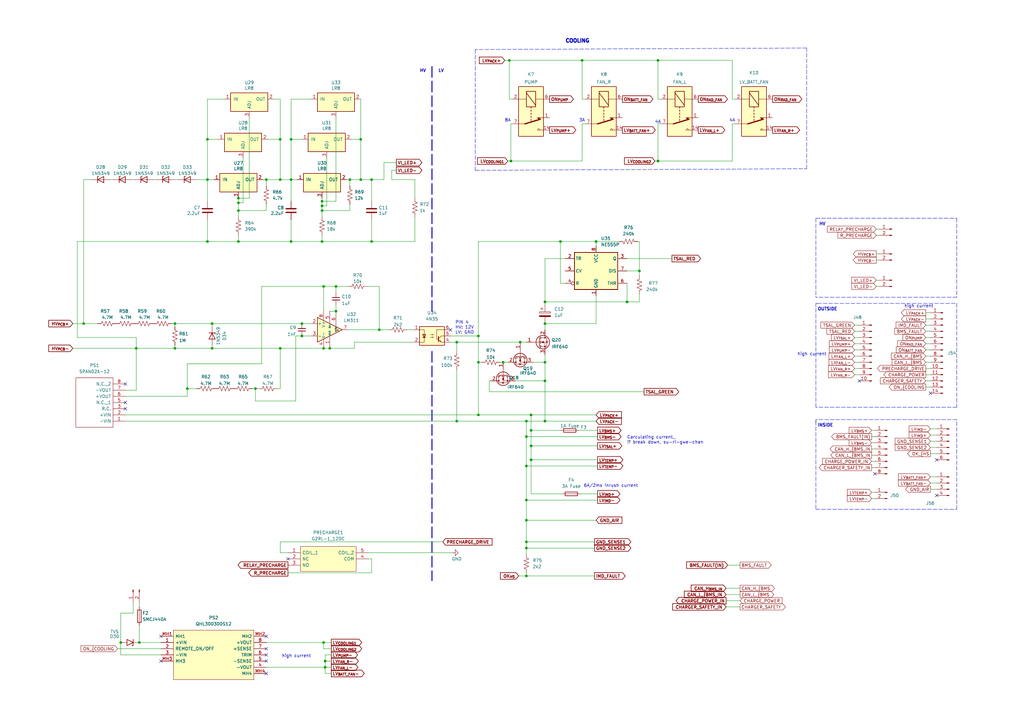
<source format=kicad_sch>
(kicad_sch (version 20211123) (generator eeschema)
  (paper "A3")
  (lib_symbols
    (symbol "11:Conn_01x02_Male" (pin_names (offset 1.016) hide)
      (property "Reference" "J" (at 0 2.54 0))
      (symbol "Conn_01x02_Male_1_1"
        (pin input line (at 0 -2.54 0) (length 3.81) hide (name "") (number ""))
        (pin input line (at 0 0 0) (length 3.81) hide (name "") (number ""))
        (pin passive line (at 5.08 0 180) (length 3.81) (name "Pin_1") (number "1"))
        (pin passive line (at 5.08 -2.54 180) (length 3.81) (name "Pin_2") (number "2"))
      )
    )
    (symbol "Comparator:LM311" (pin_names (offset 0.127))
      (property "Reference" "U" (at 3.81 6.35 0))
      (property "Value" "LM311" (at 3.81 3.81 0))
      (symbol "LM311_1_1"
        (pin passive line (at 0 -7.62 90) (length 5.08) (name "GND") (number "1"))
        (pin input line (at -7.62 2.54 0) (length 2.54) (name "+") (number "2"))
        (pin input line (at -7.62 -2.54 0) (length 2.54) (name "-") (number "3"))
        (pin power_in line (at -2.54 -7.62 90) (length 3.81) (name "V-") (number "4"))
        (pin input line (at 0 7.62 270) (length 5.08) (name "BAL") (number "5"))
        (pin input line (at 2.54 7.62 270) (length 6.35) (name "STRB") (number "6"))
        (pin open_collector line (at 7.62 0 180) (length 2.54) (name "~") (number "7"))
        (pin power_in line (at -2.54 7.62 270) (length 3.81) (name "V+") (number "8"))
      )
    )
    (symbol "Connector:Conn_01x02_Male" (pin_names (offset 1.016) hide)
      (property "Reference" "J" (at 0 2.54 0))
      (property "Value" "Conn_01x02_Male" (at 0 -5.08 0))
      (symbol "Conn_01x02_Male_1_1"
        (pin passive line (at 5.08 0 180) (length 3.81) (name "Pin_1") (number "1"))
        (pin passive line (at 5.08 -2.54 180) (length 3.81) (name "Pin_2") (number "2"))
      )
    )
    (symbol "Connector:Conn_01x04_Male" (pin_names (offset 1.016) hide)
      (property "Reference" "J" (at 0 5.08 0))
      (property "Value" "Conn_01x04_Male" (at 0 -7.62 0))
      (symbol "Conn_01x04_Male_1_1"
        (pin passive line (at 5.08 2.54 180) (length 3.81) (name "Pin_1") (number "1"))
        (pin passive line (at 5.08 0 180) (length 3.81) (name "Pin_2") (number "2"))
        (pin passive line (at 5.08 -2.54 180) (length 3.81) (name "Pin_3") (number "3"))
        (pin passive line (at 5.08 -5.08 180) (length 3.81) (name "Pin_4") (number "4"))
      )
    )
    (symbol "Connector:Conn_01x06_Male" (pin_names (offset 1.016) hide)
      (property "Reference" "J" (at 0 7.62 0))
      (property "Value" "Conn_01x06_Male" (at 0 -10.16 0))
      (symbol "Conn_01x06_Male_1_1"
        (pin passive line (at 5.08 5.08 180) (length 3.81) (name "Pin_1") (number "1"))
        (pin passive line (at 5.08 2.54 180) (length 3.81) (name "Pin_2") (number "2"))
        (pin passive line (at 5.08 0 180) (length 3.81) (name "Pin_3") (number "3"))
        (pin passive line (at 5.08 -2.54 180) (length 3.81) (name "Pin_4") (number "4"))
        (pin passive line (at 5.08 -5.08 180) (length 3.81) (name "Pin_5") (number "5"))
        (pin passive line (at 5.08 -7.62 180) (length 3.81) (name "Pin_6") (number "6"))
      )
    )
    (symbol "Connector:Conn_01x08_Male" (pin_names (offset 1.016) hide)
      (property "Reference" "J" (at 0 10.16 0))
      (property "Value" "Conn_01x08_Male" (at 0 -12.7 0))
      (symbol "Conn_01x08_Male_1_1"
        (pin passive line (at 5.08 7.62 180) (length 3.81) (name "Pin_1") (number "1"))
        (pin passive line (at 5.08 5.08 180) (length 3.81) (name "Pin_2") (number "2"))
        (pin passive line (at 5.08 2.54 180) (length 3.81) (name "Pin_3") (number "3"))
        (pin passive line (at 5.08 0 180) (length 3.81) (name "Pin_4") (number "4"))
        (pin passive line (at 5.08 -2.54 180) (length 3.81) (name "Pin_5") (number "5"))
        (pin passive line (at 5.08 -5.08 180) (length 3.81) (name "Pin_6") (number "6"))
        (pin passive line (at 5.08 -7.62 180) (length 3.81) (name "Pin_7") (number "7"))
        (pin passive line (at 5.08 -10.16 180) (length 3.81) (name "Pin_8") (number "8"))
      )
    )
    (symbol "Connector:Conn_01x10_Male" (pin_names (offset 1.016) hide)
      (property "Reference" "J" (at 0 12.7 0))
      (property "Value" "Conn_01x10_Male" (at 0 -15.24 0))
      (symbol "Conn_01x10_Male_1_1"
        (pin passive line (at 5.08 10.16 180) (length 3.81) (name "Pin_1") (number "1"))
        (pin passive line (at 5.08 -12.7 180) (length 3.81) (name "Pin_10") (number "10"))
        (pin passive line (at 5.08 7.62 180) (length 3.81) (name "Pin_2") (number "2"))
        (pin passive line (at 5.08 5.08 180) (length 3.81) (name "Pin_3") (number "3"))
        (pin passive line (at 5.08 2.54 180) (length 3.81) (name "Pin_4") (number "4"))
        (pin passive line (at 5.08 0 180) (length 3.81) (name "Pin_5") (number "5"))
        (pin passive line (at 5.08 -2.54 180) (length 3.81) (name "Pin_6") (number "6"))
        (pin passive line (at 5.08 -5.08 180) (length 3.81) (name "Pin_7") (number "7"))
        (pin passive line (at 5.08 -7.62 180) (length 3.81) (name "Pin_8") (number "8"))
        (pin passive line (at 5.08 -10.16 180) (length 3.81) (name "Pin_9") (number "9"))
      )
    )
    (symbol "Connector:Conn_01x14_Male" (pin_names (offset 1.016) hide)
      (property "Reference" "J" (at 0 17.78 0))
      (property "Value" "Conn_01x14_Male" (at 0 -20.32 0))
      (symbol "Conn_01x14_Male_1_1"
        (pin passive line (at 5.08 15.24 180) (length 3.81) (name "Pin_1") (number "1"))
        (pin passive line (at 5.08 -7.62 180) (length 3.81) (name "Pin_10") (number "10"))
        (pin passive line (at 5.08 -10.16 180) (length 3.81) (name "Pin_11") (number "11"))
        (pin passive line (at 5.08 -12.7 180) (length 3.81) (name "Pin_12") (number "12"))
        (pin passive line (at 5.08 -15.24 180) (length 3.81) (name "Pin_13") (number "13"))
        (pin passive line (at 5.08 -17.78 180) (length 3.81) (name "Pin_14") (number "14"))
        (pin passive line (at 5.08 12.7 180) (length 3.81) (name "Pin_2") (number "2"))
        (pin passive line (at 5.08 10.16 180) (length 3.81) (name "Pin_3") (number "3"))
        (pin passive line (at 5.08 7.62 180) (length 3.81) (name "Pin_4") (number "4"))
        (pin passive line (at 5.08 5.08 180) (length 3.81) (name "Pin_5") (number "5"))
        (pin passive line (at 5.08 2.54 180) (length 3.81) (name "Pin_6") (number "6"))
        (pin passive line (at 5.08 0 180) (length 3.81) (name "Pin_7") (number "7"))
        (pin passive line (at 5.08 -2.54 180) (length 3.81) (name "Pin_8") (number "8"))
        (pin passive line (at 5.08 -5.08 180) (length 3.81) (name "Pin_9") (number "9"))
      )
    )
    (symbol "Device:C" (pin_numbers hide) (pin_names (offset 0.254))
      (property "Reference" "C" (at 0.635 2.54 0))
      (property "Value" "C" (at 0.635 -2.54 0))
      (symbol "C_1_1"
        (pin passive line (at 0 3.81 270) (length 2.794) (name "~") (number "1"))
        (pin passive line (at 0 -3.81 90) (length 2.794) (name "~") (number "2"))
      )
    )
    (symbol "Device:C_Polarized" (pin_numbers hide) (pin_names (offset 0.254))
      (property "Reference" "C" (at 0.635 2.54 0))
      (property "Value" "C_Polarized" (at 0.635 -2.54 0))
      (symbol "C_Polarized_1_1"
        (pin passive line (at 0 3.81 270) (length 2.794) (name "~") (number "1"))
        (pin passive line (at 0 -3.81 90) (length 2.794) (name "~") (number "2"))
      )
    )
    (symbol "Device:C_Small" (pin_numbers hide) (pin_names (offset 0.254) hide)
      (property "Reference" "C" (at 0.254 1.778 0))
      (property "Value" "C_Small" (at 0.254 -2.032 0))
      (symbol "C_Small_1_1"
        (pin passive line (at 0 2.54 270) (length 2.032) (name "~") (number "1"))
        (pin passive line (at 0 -2.54 90) (length 2.032) (name "~") (number "2"))
      )
    )
    (symbol "Device:Fuse" (pin_numbers hide) (pin_names (offset 0))
      (property "Reference" "F" (at 2.032 0 90))
      (property "Value" "Fuse" (at -1.905 0 90))
      (symbol "Fuse_1_1"
        (pin passive line (at 0 3.81 270) (length 1.27) (name "~") (number "1"))
        (pin passive line (at 0 -3.81 90) (length 1.27) (name "~") (number "2"))
      )
    )
    (symbol "Device:Q_NMOS_GDS" (pin_names (offset 0) hide)
      (property "Reference" "Q" (at 5.08 1.27 0))
      (property "Value" "Q_NMOS_GDS" (at 5.08 -1.27 0))
      (symbol "Q_NMOS_GDS_1_1"
        (pin input line (at -5.08 0 0) (length 2.54) (name "G") (number "1"))
        (pin passive line (at 2.54 5.08 270) (length 2.54) (name "D") (number "2"))
        (pin passive line (at 2.54 -5.08 90) (length 2.54) (name "S") (number "3"))
      )
    )
    (symbol "Device:R_US" (pin_numbers hide) (pin_names (offset 0))
      (property "Reference" "R" (at 2.54 0 90))
      (property "Value" "R_US" (at -2.54 0 90))
      (symbol "R_US_1_1"
        (pin passive line (at 0 3.81 270) (length 1.27) (name "~") (number "1"))
        (pin passive line (at 0 -3.81 90) (length 1.27) (name "~") (number "2"))
      )
    )
    (symbol "Diode:1.5KExxA" (pin_numbers hide) (pin_names (offset 1.016) hide)
      (property "Reference" "D" (at 0 2.54 0))
      (property "Value" "1.5KExxA" (at 0 -2.54 0))
      (symbol "1.5KExxA_1_1"
        (pin passive line (at -3.81 0 0) (length 2.54) (name "A1") (number "1"))
        (pin passive line (at 3.81 0 180) (length 2.54) (name "A2") (number "2"))
      )
    )
    (symbol "Diode:1N53xxB" (pin_numbers hide) (pin_names (offset 1.016) hide)
      (property "Reference" "D" (at 0 2.54 0))
      (property "Value" "1N53xxB" (at 0 -2.54 0))
      (symbol "1N53xxB_1_1"
        (pin passive line (at -3.81 0 0) (length 2.54) (name "K") (number "1"))
        (pin passive line (at 3.81 0 180) (length 2.54) (name "A") (number "2"))
      )
    )
    (symbol "G2RL-1_12DC:G2RL-1_12DC" (pin_names (offset 0.762))
      (property "Reference" "K" (at 29.21 7.62 0))
      (property "Value" "G2RL-1_12DC" (at 29.21 5.08 0))
      (symbol "G2RL-1_12DC_0_0"
        (pin passive line (at 0 0 0) (length 5.08) (name "COIL_1") (number "1"))
        (pin passive line (at 0 -2.54 0) (length 5.08) (name "NC") (number "2"))
        (pin passive line (at 0 -5.08 0) (length 5.08) (name "NO") (number "3"))
        (pin passive line (at 33.02 -2.54 180) (length 5.08) (name "COM") (number "4"))
        (pin passive line (at 33.02 0 180) (length 5.08) (name "COIL_2") (number "5"))
      )
    )
    (symbol "Isolator:4N35" (pin_names (offset 1.016))
      (property "Reference" "U" (at -5.08 5.08 0))
      (property "Value" "4N35" (at 0 5.08 0))
      (symbol "4N35_1_1"
        (pin passive line (at -7.62 2.54 0) (length 2.54) (name "~") (number "1"))
        (pin passive line (at -7.62 -2.54 0) (length 2.54) (name "~") (number "2"))
        (pin no_connect line (at -5.08 0 0) (length 2.54) hide (name "NC") (number "3"))
        (pin passive line (at 7.62 -2.54 180) (length 2.54) (name "~") (number "4"))
        (pin passive line (at 7.62 0 180) (length 2.54) (name "~") (number "5"))
        (pin passive line (at 7.62 2.54 180) (length 2.54) (name "~") (number "6"))
      )
    )
    (symbol "MODULES:QHL300300S12" (pin_names (offset 0.762))
      (property "Reference" "PS" (at 15.24 7.62 0))
      (property "Value" "QHL300300S12" (at 15.24 5.08 0))
      (symbol "QHL300300S12_0_0"
        (pin passive line (at 0 -2.54 0) (length 5.08) (name "+VIN") (number "1"))
        (pin passive line (at 0 -5.08 0) (length 5.08) (name "REMOTE_ON/OFF") (number "2"))
        (pin passive line (at 0 -7.62 0) (length 5.08) (name "-VIN") (number "3"))
        (pin passive line (at 43.18 -12.7 180) (length 5.08) (name "-VOUT") (number "4"))
        (pin passive line (at 43.18 -10.16 180) (length 5.08) (name "-SENSE") (number "5"))
        (pin passive line (at 43.18 -7.62 180) (length 5.08) (name "TRIM") (number "6"))
        (pin passive line (at 43.18 -5.08 180) (length 5.08) (name "+SENSE") (number "7"))
        (pin passive line (at 43.18 -2.54 180) (length 5.08) (name "+VOUT") (number "8"))
        (pin passive line (at 0 0 0) (length 5.08) (name "MH1") (number "MH1"))
        (pin passive line (at 43.18 0 180) (length 5.08) (name "MH2") (number "MH2"))
        (pin passive line (at 0 -10.16 0) (length 5.08) (name "MH3") (number "MH3"))
        (pin passive line (at 43.18 -15.24 180) (length 5.08) (name "MH4") (number "MH4"))
      )
    )
    (symbol "Regulator_Linear:LR8K4-G" (pin_names (offset 1.016))
      (property "Reference" "U" (at -7.62 3.81 0))
      (property "Value" "LR8K4-G" (at 0 3.81 0))
      (symbol "LR8K4-G_1_1"
        (pin input line (at -10.16 0 0) (length 2.54) (name "IN") (number "1"))
        (pin power_out line (at 10.16 0 180) (length 2.54) (name "OUT") (number "2"))
        (pin input line (at 0 -7.62 90) (length 2.54) (name "ADJ") (number "3"))
      )
    )
    (symbol "Relay:DIPxx-1Cxx-51x"
      (property "Reference" "K" (at 11.43 3.81 0))
      (property "Value" "DIPxx-1Cxx-51x" (at 11.43 1.27 0))
      (symbol "DIPxx-1Cxx-51x_1_1"
        (pin passive line (at 2.54 7.62 270) (length 2.54) (name "~") (number "1"))
        (pin passive line (at 7.62 7.62 270) (length 2.54) (name "~") (number "14"))
        (pin passive line (at -5.08 -7.62 90) (length 2.54) (name "~") (number "2"))
        (pin passive line (at -5.08 7.62 270) (length 2.54) (name "~") (number "6"))
        (pin passive line (at 5.08 -7.62 90) (length 2.54) (name "~") (number "7"))
        (pin passive line (at 5.08 -7.62 90) (length 2.54) hide (name "~") (number "8"))
      )
    )
    (symbol "SPAN02A-12:SPAN02A-12" (pin_names (offset 0.762))
      (property "Reference" "PS" (at 21.59 7.62 0))
      (property "Value" "SPAN02A-12" (at 21.59 5.08 0))
      (symbol "SPAN02A-12_0_0"
        (pin passive line (at 0 0 0) (length 5.08) (name "-VIN") (number "1"))
        (pin passive line (at 0 -2.54 0) (length 5.08) (name "+VIN") (number "2"))
        (pin passive line (at 0 -5.08 0) (length 5.08) (name "R.C.") (number "3"))
        (pin passive line (at 0 -7.62 0) (length 5.08) (name "N.C._1") (number "5"))
        (pin passive line (at 0 -10.16 0) (length 5.08) (name "+VOUT") (number "6"))
        (pin passive line (at 0 -12.7 0) (length 5.08) (name "-VOUT") (number "7"))
        (pin passive line (at 0 -15.24 0) (length 5.08) (name "N.C._2") (number "8"))
      )
    )
    (symbol "Timer:NE555P"
      (property "Reference" "U" (at -10.16 8.89 0))
      (property "Value" "NE555P" (at 2.54 8.89 0))
      (symbol "NE555P_0_0"
        (pin power_in line (at 0 -10.16 90) (length 2.54) (name "GND") (number "1"))
        (pin power_in line (at 0 10.16 270) (length 2.54) (name "VCC") (number "8"))
      )
      (symbol "NE555P_1_1"
        (pin input line (at -12.7 5.08 0) (length 3.81) (name "TR") (number "2"))
        (pin output line (at 12.7 5.08 180) (length 3.81) (name "Q") (number "3"))
        (pin input inverted (at -12.7 -5.08 0) (length 3.81) (name "R") (number "4"))
        (pin input line (at -12.7 0 0) (length 3.81) (name "CV") (number "5"))
        (pin input line (at 12.7 -5.08 180) (length 3.81) (name "THR") (number "6"))
        (pin input line (at 12.7 0 180) (length 3.81) (name "DIS") (number "7"))
      )
    )
    (symbol "power:GND" (power) (pin_names (offset 0))
      (property "Value" "GND" (at 0 -3.81 0))
      (symbol "GND_1_1"
        (pin power_in line (at 0 0 270) (length 0) hide (name "GND") (number "1"))
      )
    )
  )
  (junction (at 206.375 148.59))
  (junction (at 208.915 24.765))
  (junction (at 215.9 236.22))
  (junction (at 187.325 140.335))
  (junction (at 215.9 205.105))
  (junction (at 217.805 182.88))
  (junction (at 132.08 99.06))
  (junction (at 262.255 111.125))
  (junction (at 97.79 81.28))
  (junction (at 119.38 57.15))
  (junction (at 196.215 148.59))
  (junction (at 155.575 135.255))
  (junction (at 119.38 73.66))
  (junction (at 85.09 73.66))
  (junction (at 34.29 132.715))
  (junction (at 152.4 73.66))
  (junction (at 196.215 137.795))
  (junction (at 97.79 99.06))
  (junction (at 86.995 132.715))
  (junction (at 71.755 142.875))
  (junction (at 152.4 99.06))
  (junction (at 215.9 222.25))
  (junction (at 269.875 24.765))
  (junction (at 215.9 224.79))
  (junction (at 147.955 57.15))
  (junction (at 132.08 82.55))
  (junction (at 223.52 172.72))
  (junction (at 85.09 57.15))
  (junction (at 85.09 99.06))
  (junction (at 132.08 86.36))
  (junction (at 223.52 123.825))
  (junction (at 71.755 132.715))
  (junction (at 143.51 73.66))
  (junction (at 135.255 142.875))
  (junction (at 76.835 159.385))
  (junction (at 137.795 127.635))
  (junction (at 215.9 172.72))
  (junction (at 133.35 273.685))
  (junction (at 217.805 176.53))
  (junction (at 223.52 132.715))
  (junction (at 187.325 172.72))
  (junction (at 244.475 99.06))
  (junction (at 114.935 142.875))
  (junction (at 123.825 137.795))
  (junction (at 114.935 73.66))
  (junction (at 114.935 57.15))
  (junction (at 229.87 99.06))
  (junction (at 119.38 99.06))
  (junction (at 215.9 213.36))
  (junction (at 132.08 84.455))
  (junction (at 109.22 73.66))
  (junction (at 49.53 263.525))
  (junction (at 269.875 66.04))
  (junction (at 97.79 83.185))
  (junction (at 132.715 263.525))
  (junction (at 97.79 86.36))
  (junction (at 57.15 263.525))
  (junction (at 132.715 117.475))
  (junction (at 196.215 170.18))
  (junction (at 223.52 156.21))
  (junction (at 217.805 170.18))
  (junction (at 137.795 117.475))
  (junction (at 209.55 66.04))
  (junction (at 123.825 132.715))
  (junction (at 132.715 142.875))
  (junction (at 133.35 271.145))
  (junction (at 213.36 140.335))
  (junction (at 238.76 24.765))
  (junction (at 215.9 179.07))
  (junction (at 257.175 123.825))
  (junction (at 217.805 188.595))
  (junction (at 86.995 142.875))
  (junction (at 215.9 191.135))
  (junction (at 55.88 142.875))
  (junction (at 104.775 159.385))
  (junction (at 147.955 73.66))
  (junction (at 223.52 148.59))
  (no_connect (at 352.425 156.21))
  (no_connect (at 51.435 165.1))
  (no_connect (at 109.22 271.145))
  (no_connect (at 358.775 194.31))
  (no_connect (at 66.04 271.145))
  (no_connect (at 384.175 188.595))
  (no_connect (at 109.22 276.225))
  (no_connect (at 118.11 229.235))
  (no_connect (at 381.635 161.29))
  (no_connect (at 109.22 268.605))
  (no_connect (at 51.435 157.48))
  (no_connect (at 51.435 167.64))
  (no_connect (at 109.22 260.985))
  (no_connect (at 184.785 135.255))
  (no_connect (at 384.175 203.2))
  (no_connect (at 109.22 266.065))
  (no_connect (at 66.04 260.985))
  (wire (pts (xy 119.38 57.15) (xy 123.825 57.15)))
  (wire (pts (xy 104.775 164.465) (xy 121.285 164.465)))
  (wire (pts (xy 223.52 156.21) (xy 223.52 172.72)))
  (wire (pts (xy 152.4 73.66) (xy 152.4 82.55)))
  (wire (pts (xy 114.935 159.385) (xy 114.935 142.875)))
  (wire (pts (xy 208.915 40.64) (xy 210.185 40.64)))
  (wire (pts (xy 200.66 160.655) (xy 264.16 160.655)))
  (wire (pts (xy 51.435 170.18) (xy 196.215 170.18)))
  (wire (pts (xy 109.22 263.525) (xy 132.715 263.525)))
  (wire (pts (xy 208.915 24.765) (xy 238.76 24.765)))
  (wire (pts (xy 297.815 241.3) (xy 303.53 241.3)))
  (wire (pts (xy 257.175 116.205) (xy 257.175 123.825)))
  (wire (pts (xy 114.935 57.15) (xy 114.935 73.66)))
  (wire (pts (xy 55.88 142.875) (xy 71.755 142.875)))
  (wire (pts (xy 262.255 113.03) (xy 262.255 111.125)))
  (polyline (pts (xy 392.43 208.915) (xy 392.43 172.085)))
  (wire (pts (xy 114.935 226.695) (xy 118.11 226.695)))
  (wire (pts (xy 215.9 222.25) (xy 215.9 224.79)))
  (wire (pts (xy 215.9 191.135) (xy 215.9 205.105)))
  (polyline (pts (xy 194.945 69.85) (xy 330.835 69.215)))
  (wire (pts (xy 181.61 222.25) (xy 114.935 222.25)))
  (wire (pts (xy 137.795 120.015) (xy 137.795 117.475)))
  (wire (pts (xy 147.955 40.64) (xy 147.955 57.15)))
  (wire (pts (xy 215.9 172.72) (xy 187.325 172.72)))
  (wire (pts (xy 85.09 73.66) (xy 87.63 73.66)))
  (wire (pts (xy 213.36 140.335) (xy 215.9 140.335)))
  (wire (pts (xy 238.76 50.8) (xy 240.03 50.8)))
  (wire (pts (xy 217.805 188.595) (xy 217.805 202.565)))
  (polyline (pts (xy 392.43 172.085) (xy 334.645 172.085)))
  (wire (pts (xy 119.38 40.64) (xy 119.38 57.15)))
  (wire (pts (xy 119.38 73.66) (xy 121.92 73.66)))
  (polyline (pts (xy 330.835 69.215) (xy 330.835 19.685)))
  (wire (pts (xy 230.505 202.565) (xy 217.805 202.565)))
  (wire (pts (xy 114.935 222.25) (xy 114.935 226.695)))
  (wire (pts (xy 109.22 73.66) (xy 114.935 73.66)))
  (polyline (pts (xy 334.645 172.72) (xy 334.645 208.915)))
  (wire (pts (xy 49.53 263.525) (xy 49.53 268.605)))
  (wire (pts (xy 86.995 132.715) (xy 123.825 132.715)))
  (wire (pts (xy 85.09 73.66) (xy 85.09 82.55)))
  (wire (pts (xy 127.635 40.64) (xy 119.38 40.64)))
  (wire (pts (xy 350.52 133.35) (xy 352.425 133.35)))
  (wire (pts (xy 184.785 140.335) (xy 187.325 140.335)))
  (wire (pts (xy 350.52 151.13) (xy 352.425 151.13)))
  (polyline (pts (xy 194.945 20.32) (xy 194.945 69.85)))
  (polyline (pts (xy 334.645 167.005) (xy 334.645 124.46)))
  (wire (pts (xy 71.755 132.715) (xy 86.995 132.715)))
  (wire (pts (xy 132.08 86.36) (xy 132.08 88.9)))
  (wire (pts (xy 109.855 57.15) (xy 114.935 57.15)))
  (wire (pts (xy 99.695 83.185) (xy 97.79 83.185)))
  (wire (pts (xy 51.435 162.56) (xy 76.835 162.56)))
  (wire (pts (xy 196.215 148.59) (xy 196.215 170.18)))
  (polyline (pts (xy 392.43 124.46) (xy 392.43 167.005)))
  (wire (pts (xy 121.285 164.465) (xy 121.285 137.795)))
  (wire (pts (xy 223.52 106.045) (xy 223.52 123.825)))
  (wire (pts (xy 185.42 226.695) (xy 151.13 226.695)))
  (wire (pts (xy 76.835 159.385) (xy 76.835 149.225)))
  (wire (pts (xy 200.66 156.21) (xy 200.66 160.655)))
  (wire (pts (xy 137.795 82.55) (xy 132.08 82.55)))
  (wire (pts (xy 155.575 135.255) (xy 159.385 135.255)))
  (wire (pts (xy 223.52 148.59) (xy 223.52 156.21)))
  (wire (pts (xy 357.505 176.53) (xy 358.775 176.53)))
  (wire (pts (xy 223.52 123.825) (xy 223.52 125.095)))
  (wire (pts (xy 147.955 73.66) (xy 152.4 73.66)))
  (wire (pts (xy 381.635 183.515) (xy 384.175 183.515)))
  (wire (pts (xy 114.935 40.64) (xy 114.935 57.15)))
  (wire (pts (xy 245.11 176.53) (xy 237.49 176.53)))
  (wire (pts (xy 71.755 132.715) (xy 71.755 133.985)))
  (wire (pts (xy 357.505 204.47) (xy 358.775 204.47)))
  (wire (pts (xy 92.075 40.64) (xy 85.09 40.64)))
  (wire (pts (xy 187.325 151.765) (xy 187.325 172.72)))
  (wire (pts (xy 143.51 83.82) (xy 143.51 86.36)))
  (wire (pts (xy 112.395 40.64) (xy 114.935 40.64)))
  (wire (pts (xy 297.815 243.84) (xy 303.53 243.84)))
  (wire (pts (xy 245.11 179.07) (xy 215.9 179.07)))
  (wire (pts (xy 238.76 66.04) (xy 238.76 50.8)))
  (wire (pts (xy 109.22 73.66) (xy 109.22 76.2)))
  (wire (pts (xy 169.545 140.335) (xy 145.415 140.335)))
  (wire (pts (xy 31.75 138.43) (xy 55.88 138.43)))
  (wire (pts (xy 208.28 66.04) (xy 209.55 66.04)))
  (wire (pts (xy 109.22 83.82) (xy 109.22 86.36)))
  (wire (pts (xy 80.645 73.66) (xy 85.09 73.66)))
  (wire (pts (xy 379.73 153.67) (xy 381.635 153.67)))
  (wire (pts (xy 359.41 106.68) (xy 360.68 106.68)))
  (wire (pts (xy 213.36 140.335) (xy 213.36 140.97)))
  (wire (pts (xy 97.79 83.185) (xy 97.79 86.36)))
  (wire (pts (xy 215.9 224.79) (xy 215.9 227.33)))
  (wire (pts (xy 107.95 73.66) (xy 109.22 73.66)))
  (wire (pts (xy 357.505 186.69) (xy 358.775 186.69)))
  (wire (pts (xy 238.76 40.64) (xy 240.03 40.64)))
  (wire (pts (xy 132.715 142.875) (xy 135.255 142.875)))
  (wire (pts (xy 262.255 123.825) (xy 257.175 123.825)))
  (polyline (pts (xy 330.835 19.685) (xy 194.945 20.32)))
  (wire (pts (xy 238.76 24.765) (xy 269.875 24.765)))
  (wire (pts (xy 379.73 135.89) (xy 381.635 135.89)))
  (wire (pts (xy 109.22 273.685) (xy 133.35 273.685)))
  (wire (pts (xy 85.09 57.15) (xy 85.09 73.66)))
  (wire (pts (xy 238.76 24.765) (xy 238.76 40.64)))
  (wire (pts (xy 29.845 142.875) (xy 55.88 142.875)))
  (wire (pts (xy 97.79 99.06) (xy 119.38 99.06)))
  (wire (pts (xy 132.08 81.28) (xy 132.08 82.55)))
  (wire (pts (xy 103.505 159.385) (xy 104.775 159.385)))
  (wire (pts (xy 86.995 142.875) (xy 114.935 142.875)))
  (wire (pts (xy 215.9 234.95) (xy 215.9 236.22)))
  (wire (pts (xy 89.535 57.15) (xy 85.09 57.15)))
  (wire (pts (xy 357.505 184.15) (xy 358.775 184.15)))
  (wire (pts (xy 381.635 175.895) (xy 384.175 175.895)))
  (wire (pts (xy 97.79 81.28) (xy 97.79 83.185)))
  (wire (pts (xy 86.995 141.605) (xy 86.995 142.875)))
  (wire (pts (xy 350.52 140.97) (xy 352.425 140.97)))
  (wire (pts (xy 350.52 138.43) (xy 352.425 138.43)))
  (wire (pts (xy 217.805 182.88) (xy 217.805 188.595)))
  (wire (pts (xy 223.52 123.825) (xy 257.175 123.825)))
  (wire (pts (xy 132.08 82.55) (xy 132.08 84.455)))
  (polyline (pts (xy 334.645 89.535) (xy 392.43 89.535)))
  (wire (pts (xy 119.38 90.17) (xy 119.38 99.06)))
  (wire (pts (xy 223.52 172.72) (xy 215.9 172.72)))
  (wire (pts (xy 350.52 135.89) (xy 352.425 135.89)))
  (wire (pts (xy 269.875 66.04) (xy 300.355 66.04)))
  (wire (pts (xy 381.635 186.055) (xy 384.175 186.055)))
  (wire (pts (xy 187.325 140.335) (xy 213.36 140.335)))
  (wire (pts (xy 49.53 263.525) (xy 49.53 251.46)))
  (wire (pts (xy 207.01 24.765) (xy 208.915 24.765)))
  (wire (pts (xy 123.825 137.795) (xy 127.635 137.795)))
  (wire (pts (xy 34.29 132.715) (xy 40.005 132.715)))
  (wire (pts (xy 215.9 224.79) (xy 243.84 224.79)))
  (wire (pts (xy 381.635 195.58) (xy 384.175 195.58)))
  (wire (pts (xy 244.475 99.06) (xy 244.475 100.965)))
  (wire (pts (xy 379.73 151.13) (xy 381.635 151.13)))
  (wire (pts (xy 212.725 236.22) (xy 215.9 236.22)))
  (wire (pts (xy 123.825 132.715) (xy 127.635 132.715)))
  (wire (pts (xy 357.505 179.07) (xy 358.775 179.07)))
  (wire (pts (xy 381.635 200.66) (xy 384.175 200.66)))
  (wire (pts (xy 71.755 142.875) (xy 86.995 142.875)))
  (wire (pts (xy 357.505 191.77) (xy 358.775 191.77)))
  (wire (pts (xy 145.415 142.875) (xy 135.255 142.875)))
  (wire (pts (xy 152.4 229.235) (xy 151.13 229.235)))
  (wire (pts (xy 379.73 133.35) (xy 381.635 133.35)))
  (wire (pts (xy 55.88 138.43) (xy 55.88 142.875)))
  (wire (pts (xy 143.51 86.36) (xy 132.08 86.36)))
  (wire (pts (xy 31.75 99.06) (xy 31.75 138.43)))
  (wire (pts (xy 298.45 231.775) (xy 303.53 231.775)))
  (wire (pts (xy 118.11 234.95) (xy 152.4 234.95)))
  (wire (pts (xy 137.795 117.475) (xy 142.875 117.475)))
  (wire (pts (xy 379.73 158.75) (xy 381.635 158.75)))
  (wire (pts (xy 114.935 142.875) (xy 132.715 142.875)))
  (wire (pts (xy 196.215 99.06) (xy 196.215 137.795)))
  (wire (pts (xy 215.9 213.36) (xy 244.475 213.36)))
  (wire (pts (xy 187.325 140.335) (xy 187.325 144.145)))
  (wire (pts (xy 152.4 234.95) (xy 152.4 229.235)))
  (wire (pts (xy 196.215 170.18) (xy 217.805 170.18)))
  (wire (pts (xy 132.08 84.455) (xy 132.08 86.36)))
  (wire (pts (xy 76.835 159.385) (xy 76.835 162.56)))
  (polyline (pts (xy 335.28 124.46) (xy 392.43 124.46)))
  (polyline (pts (xy 334.645 208.915) (xy 392.43 208.915)))
  (wire (pts (xy 167.005 135.255) (xy 169.545 135.255)))
  (wire (pts (xy 155.575 117.475) (xy 155.575 135.255)))
  (wire (pts (xy 45.085 73.66) (xy 46.355 73.66)))
  (wire (pts (xy 261.62 99.06) (xy 262.255 99.06)))
  (wire (pts (xy 215.9 179.07) (xy 215.9 172.72)))
  (wire (pts (xy 132.08 96.52) (xy 132.08 99.06)))
  (wire (pts (xy 379.73 156.21) (xy 381.635 156.21)))
  (polyline (pts (xy 392.43 89.535) (xy 392.43 121.92)))
  (wire (pts (xy 34.29 73.66) (xy 34.29 132.715)))
  (wire (pts (xy 142.24 73.66) (xy 143.51 73.66)))
  (wire (pts (xy 70.485 132.715) (xy 71.755 132.715)))
  (wire (pts (xy 357.505 181.61) (xy 358.775 181.61)))
  (wire (pts (xy 49.53 251.46) (xy 54.61 251.46)))
  (wire (pts (xy 135.89 266.065) (xy 132.715 266.065)))
  (wire (pts (xy 76.835 149.225) (xy 107.315 149.225)))
  (wire (pts (xy 262.255 99.06) (xy 262.255 111.125)))
  (wire (pts (xy 215.9 213.36) (xy 215.9 222.25)))
  (wire (pts (xy 48.26 266.065) (xy 66.04 266.065)))
  (wire (pts (xy 359.41 96.52) (xy 360.68 96.52)))
  (wire (pts (xy 137.795 117.475) (xy 132.715 117.475)))
  (polyline (pts (xy 177.165 144.145) (xy 177.165 238.125)) (stroke (width 0.4) (type dash)))
  (wire (pts (xy 217.805 188.595) (xy 245.11 188.595)))
  (polyline (pts (xy 334.645 124.46) (xy 335.28 124.46)))
  (wire (pts (xy 132.715 263.525) (xy 135.89 263.525)))
  (wire (pts (xy 119.38 99.06) (xy 132.08 99.06)))
  (wire (pts (xy 205.105 148.59) (xy 206.375 148.59)))
  (wire (pts (xy 245.11 202.565) (xy 238.125 202.565)))
  (wire (pts (xy 300.355 50.8) (xy 301.625 50.8)))
  (wire (pts (xy 71.755 142.875) (xy 71.755 141.605)))
  (wire (pts (xy 359.41 93.98) (xy 360.68 93.98)))
  (wire (pts (xy 143.51 73.66) (xy 143.51 76.2)))
  (wire (pts (xy 209.55 66.04) (xy 238.76 66.04)))
  (wire (pts (xy 184.785 137.795) (xy 196.215 137.795)))
  (wire (pts (xy 145.415 140.335) (xy 145.415 142.875)))
  (wire (pts (xy 133.35 271.145) (xy 133.35 273.685)))
  (wire (pts (xy 350.52 146.05) (xy 352.425 146.05)))
  (wire (pts (xy 133.985 64.77) (xy 133.985 84.455)))
  (wire (pts (xy 297.815 248.92) (xy 303.53 248.92)))
  (wire (pts (xy 157.48 73.66) (xy 157.48 66.675)))
  (wire (pts (xy 71.755 73.66) (xy 73.025 73.66)))
  (wire (pts (xy 119.38 73.66) (xy 119.38 82.55)))
  (wire (pts (xy 269.875 40.64) (xy 271.145 40.64)))
  (wire (pts (xy 231.775 116.205) (xy 229.87 116.205)))
  (polyline (pts (xy 334.645 89.535) (xy 334.645 121.92)))
  (wire (pts (xy 379.73 140.97) (xy 381.635 140.97)))
  (wire (pts (xy 379.73 143.51) (xy 381.635 143.51)))
  (wire (pts (xy 170.18 99.06) (xy 152.4 99.06)))
  (wire (pts (xy 152.4 90.17) (xy 152.4 99.06)))
  (wire (pts (xy 379.73 146.05) (xy 381.635 146.05)))
  (wire (pts (xy 379.73 148.59) (xy 381.635 148.59)))
  (wire (pts (xy 57.15 247.015) (xy 57.15 248.92)))
  (wire (pts (xy 121.285 137.795) (xy 123.825 137.795)))
  (wire (pts (xy 218.44 148.59) (xy 223.52 148.59)))
  (wire (pts (xy 132.715 117.475) (xy 132.715 127.635)))
  (wire (pts (xy 133.985 84.455) (xy 132.08 84.455)))
  (wire (pts (xy 297.815 246.38) (xy 303.53 246.38)))
  (wire (pts (xy 223.52 132.715) (xy 244.475 132.715)))
  (wire (pts (xy 215.9 236.22) (xy 243.84 236.22)))
  (wire (pts (xy 269.875 24.765) (xy 269.875 40.64)))
  (wire (pts (xy 132.08 99.06) (xy 152.4 99.06)))
  (wire (pts (xy 223.52 132.715) (xy 223.52 135.255)))
  (wire (pts (xy 359.41 114.935) (xy 360.68 114.935)))
  (polyline (pts (xy 177.165 27.305) (xy 177.165 127.635)) (stroke (width 0.4)))
  (wire (pts (xy 137.795 48.26) (xy 137.795 82.55)))
  (wire (pts (xy 244.475 99.06) (xy 254 99.06)))
  (wire (pts (xy 97.79 86.36) (xy 97.79 88.9)))
  (wire (pts (xy 215.9 222.25) (xy 243.84 222.25)))
  (wire (pts (xy 245.11 205.105) (xy 215.9 205.105)))
  (wire (pts (xy 143.51 73.66) (xy 147.955 73.66)))
  (wire (pts (xy 381.635 178.435) (xy 384.175 178.435)))
  (wire (pts (xy 217.805 170.18) (xy 244.475 170.18)))
  (wire (pts (xy 97.79 96.52) (xy 97.79 99.06)))
  (wire (pts (xy 300.355 24.765) (xy 269.875 24.765)))
  (wire (pts (xy 85.09 40.64) (xy 85.09 57.15)))
  (wire (pts (xy 231.775 106.045) (xy 223.52 106.045)))
  (wire (pts (xy 300.355 40.64) (xy 300.355 24.765)))
  (wire (pts (xy 197.485 148.59) (xy 196.215 148.59)))
  (wire (pts (xy 133.35 276.225) (xy 135.89 276.225)))
  (wire (pts (xy 170.18 73.66) (xy 170.18 81.28)))
  (wire (pts (xy 135.255 127.635) (xy 137.795 127.635)))
  (wire (pts (xy 119.38 57.15) (xy 119.38 73.66)))
  (wire (pts (xy 215.9 191.135) (xy 245.11 191.135)))
  (wire (pts (xy 160.655 73.66) (xy 170.18 73.66)))
  (wire (pts (xy 104.775 159.385) (xy 104.775 164.465)))
  (wire (pts (xy 135.89 268.605) (xy 133.35 268.605)))
  (wire (pts (xy 85.09 90.17) (xy 85.09 99.06)))
  (wire (pts (xy 208.915 24.765) (xy 208.915 40.64)))
  (wire (pts (xy 107.315 117.475) (xy 132.715 117.475)))
  (wire (pts (xy 107.315 149.225) (xy 107.315 117.475)))
  (wire (pts (xy 350.52 153.67) (xy 352.425 153.67)))
  (wire (pts (xy 200.66 156.21) (xy 201.295 156.21)))
  (wire (pts (xy 379.73 128.27) (xy 381.635 128.27)))
  (wire (pts (xy 53.975 73.66) (xy 55.245 73.66)))
  (wire (pts (xy 210.185 50.8) (xy 209.55 50.8)))
  (wire (pts (xy 209.55 50.8) (xy 209.55 66.04)))
  (wire (pts (xy 132.715 266.065) (xy 132.715 263.525)))
  (wire (pts (xy 34.29 73.66) (xy 37.465 73.66)))
  (wire (pts (xy 217.805 182.88) (xy 245.11 182.88)))
  (wire (pts (xy 357.505 189.23) (xy 358.775 189.23)))
  (wire (pts (xy 301.625 40.64) (xy 300.355 40.64)))
  (wire (pts (xy 142.875 135.255) (xy 155.575 135.255)))
  (wire (pts (xy 262.255 120.65) (xy 262.255 123.825)))
  (wire (pts (xy 85.09 99.06) (xy 97.79 99.06)))
  (wire (pts (xy 57.15 256.54) (xy 57.15 263.525)))
  (wire (pts (xy 49.53 268.605) (xy 66.04 268.605)))
  (wire (pts (xy 104.775 159.385) (xy 106.045 159.385)))
  (wire (pts (xy 229.87 116.205) (xy 229.87 99.06)))
  (wire (pts (xy 102.235 81.28) (xy 97.79 81.28)))
  (wire (pts (xy 144.145 57.15) (xy 147.955 57.15)))
  (polyline (pts (xy 334.645 172.085) (xy 334.645 173.355)))
  (wire (pts (xy 379.73 138.43) (xy 381.635 138.43)))
  (wire (pts (xy 137.795 125.095) (xy 137.795 127.635)))
  (wire (pts (xy 133.35 273.685) (xy 133.35 276.225)))
  (wire (pts (xy 244.475 121.285) (xy 244.475 132.715)))
  (wire (pts (xy 275.59 106.045) (xy 257.175 106.045)))
  (wire (pts (xy 206.375 148.59) (xy 208.28 148.59)))
  (wire (pts (xy 217.805 176.53) (xy 217.805 170.18)))
  (wire (pts (xy 57.15 263.525) (xy 66.04 263.525)))
  (wire (pts (xy 170.18 88.9) (xy 170.18 99.06)))
  (wire (pts (xy 133.35 273.685) (xy 135.89 273.685)))
  (wire (pts (xy 54.61 251.46) (xy 54.61 247.015)))
  (wire (pts (xy 160.655 69.85) (xy 160.655 73.66)))
  (wire (pts (xy 55.88 160.02) (xy 51.435 160.02)))
  (wire (pts (xy 99.695 64.77) (xy 99.695 83.185)))
  (wire (pts (xy 269.875 66.04) (xy 268.605 66.04)))
  (wire (pts (xy 102.235 48.26) (xy 102.235 81.28)))
  (wire (pts (xy 86.995 132.715) (xy 86.995 133.985)))
  (wire (pts (xy 215.9 179.07) (xy 215.9 191.135)))
  (polyline (pts (xy 392.43 167.005) (xy 334.645 167.005)))
  (wire (pts (xy 157.48 66.675) (xy 162.56 66.675)))
  (wire (pts (xy 257.175 111.125) (xy 262.255 111.125)))
  (wire (pts (xy 350.52 143.51) (xy 352.425 143.51)))
  (wire (pts (xy 152.4 73.66) (xy 157.48 73.66)))
  (wire (pts (xy 196.215 137.795) (xy 196.215 148.59)))
  (wire (pts (xy 271.145 50.8) (xy 269.875 50.8)))
  (wire (pts (xy 147.955 57.15) (xy 147.955 73.66)))
  (wire (pts (xy 187.325 172.72) (xy 51.435 172.72)))
  (wire (pts (xy 62.865 73.66) (xy 64.135 73.66)))
  (wire (pts (xy 350.52 148.59) (xy 352.425 148.59)))
  (wire (pts (xy 359.41 117.475) (xy 360.68 117.475)))
  (wire (pts (xy 196.215 99.06) (xy 229.87 99.06)))
  (wire (pts (xy 223.52 145.415) (xy 223.52 148.59)))
  (wire (pts (xy 269.875 50.8) (xy 269.875 66.04)))
  (wire (pts (xy 133.35 268.605) (xy 133.35 271.145)))
  (wire (pts (xy 31.75 99.06) (xy 85.09 99.06)))
  (polyline (pts (xy 392.43 121.92) (xy 334.645 121.92)))
  (wire (pts (xy 229.87 176.53) (xy 217.805 176.53)))
  (wire (pts (xy 359.41 104.14) (xy 360.68 104.14)))
  (wire (pts (xy 217.805 176.53) (xy 217.805 182.88)))
  (wire (pts (xy 215.9 205.105) (xy 215.9 213.36)))
  (wire (pts (xy 29.845 132.715) (xy 34.29 132.715)))
  (wire (pts (xy 357.505 201.93) (xy 358.775 201.93)))
  (wire (pts (xy 76.835 159.385) (xy 80.645 159.385)))
  (wire (pts (xy 211.455 156.21) (xy 223.52 156.21)))
  (wire (pts (xy 162.56 69.85) (xy 160.655 69.85)))
  (wire (pts (xy 300.355 66.04) (xy 300.355 50.8)))
  (wire (pts (xy 381.635 198.12) (xy 384.175 198.12)))
  (wire (pts (xy 150.495 117.475) (xy 155.575 117.475)))
  (wire (pts (xy 55.88 142.875) (xy 55.88 160.02)))
  (wire (pts (xy 244.475 172.72) (xy 223.52 172.72)))
  (wire (pts (xy 114.935 73.66) (xy 119.38 73.66)))
  (wire (pts (xy 133.35 271.145) (xy 135.89 271.145)))
  (wire (pts (xy 109.22 86.36) (xy 97.79 86.36)))
  (wire (pts (xy 113.665 159.385) (xy 114.935 159.385)))
  (wire (pts (xy 229.87 99.06) (xy 244.475 99.06)))
  (wire (pts (xy 379.73 130.81) (xy 381.635 130.81)))
  (wire (pts (xy 381.635 180.975) (xy 384.175 180.975)))
  (text "OUTSIDE" (at 335.28 127.635 0) (effects (font (size 1.27 1.27) (thickness 0.254) bold) (justify left bottom)))
  (text "8A" (at 207.01 50.165 0) (effects (font (size 1.27 1.27)) (justify left bottom)))
  (text "PIN 4\nHV: 12V\nLV: GND" (at 186.69 137.16 0) (effects (font (size 1.27 1.27)) (justify left bottom)))
  (text "HV" (at 335.915 92.71 0) (effects (font (size 1.27 1.27) (thickness 0.254) bold) (justify left bottom)))
  (text "INSIDE" (at 335.28 175.26 0) (effects (font (size 1.27 1.27) (thickness 0.254) bold) (justify left bottom)))
  (text "Carculating current,,\nif break down, su-ri-gwe-chan" (at 257.175 182.245 0) (effects (font (size 1.27 1.27)) (justify left bottom)))
  (text "4A" (at 299.085 50.165 0) (effects (font (size 1.27 1.27)) (justify left bottom)))
  (text "COOLING" (at 231.775 17.78 0) (effects (font (size 1.5 1.5) (thickness 0.4) bold) (justify left bottom)))
  (text "high current" (at 327.025 146.05 0) (effects (font (size 1.27 1.27)) (justify left bottom)))
  (text "3A" (at 237.49 50.165 0) (effects (font (size 1.27 1.27)) (justify left bottom)))
  (text "4A" (at 268.605 50.8 0) (effects (font (size 1.27 1.27)) (justify left bottom)))
  (text "HV" (at 172.085 29.845 0) (effects (font (size 1.27 1.27) (thickness 0.254) bold) (justify left bottom)))
  (text "high current" (at 370.84 126.365 0) (effects (font (size 1.27 1.27)) (justify left bottom)))
  (text "6A/2ms inrush current" (at 239.395 200.025 0) (effects (font (size 1.27 1.27)) (justify left bottom)))
  (text "LV" (at 179.705 29.845 0) (effects (font (size 1.27 1.27) bold) (justify left bottom)))
  (text "high current" (at 115.57 269.875 0) (effects (font (size 1.27 1.27)) (justify left bottom)))
  (global_label "LV_{FAN_L}+" (shape input) (at 350.52 146.05 180) (property "Intersheet References" "${INTERSHEET_REFS}" (effects hide)))
  (global_label "HV_{PCB}+" (shape output) (at 359.41 104.14 180) (property "Intersheet References" "${INTERSHEET_REFS}" (effects hide)))
  (global_label "LV_{TEMP}-" (shape output) (at 245.11 191.135 0) (effects (font (thickness 0.254) bold)) (property "Intersheet References" "${INTERSHEET_REFS}" (effects hide)))
  (global_label "LV_{PACK}+" (shape input) (at 207.01 24.765 180) (effects (font (thickness 0.254) bold)) (property "Intersheet References" "${INTERSHEET_REFS}" (effects hide)))
  (global_label "BMS_FAULT(IN)" (shape input) (at 298.45 231.775 180) (effects (font (thickness 0.254) bold)) (property "Intersheet References" "${INTERSHEET_REFS}" (effects hide)))
  (global_label "LV_{FAN_R}-" (shape input) (at 350.52 153.67 180) (property "Intersheet References" "${INTERSHEET_REFS}" (effects hide)))
  (global_label "LV_{BMS}+" (shape input) (at 357.505 176.53 180) (property "Intersheet References" "${INTERSHEET_REFS}" (effects hide)))
  (global_label "OK_{HS}" (shape input) (at 212.725 236.22 180) (effects (font (thickness 0.254) bold)) (property "Intersheet References" "${INTERSHEET_REFS}" (effects hide)))
  (global_label "LV_{COOLING1}" (shape output) (at 135.89 263.525 0) (effects (font (thickness 0.254) bold)) (property "Intersheet References" "${INTERSHEET_REFS}" (effects hide)))
  (global_label "ON_{COOLING" (shape input) (at 48.26 266.065 180) (property "Intersheet References" "${INTERSHEET_REFS}" (effects hide)))
  (global_label "RELAY_PRECHARGE" (shape input) (at 359.41 93.98 180) (property "Intersheet References" "${INTERSHEET_REFS}" (effects hide)))
  (global_label "CAN_H_{BMS_IN}" (shape input) (at 297.815 241.3 180) (effects (font (thickness 0.254) bold)) (property "Intersheet References" "${INTERSHEET_REFS}" (effects hide)))
  (global_label "ON_{RAD_FAN}" (shape output) (at 316.865 40.64 0) (effects (font (thickness 0.254) bold)) (property "Intersheet References" "${INTERSHEET_REFS}" (effects hide)))
  (global_label "R_PRECHARGE" (shape input) (at 359.41 96.52 180) (property "Intersheet References" "${INTERSHEET_REFS}" (effects hide)))
  (global_label "HV_{PCB}-" (shape input) (at 29.845 142.875 180) (effects (font (thickness 0.254) bold)) (property "Intersheet References" "${INTERSHEET_REFS}" (effects hide)))
  (global_label "GND_SENSE2" (shape input) (at 381.635 183.515 180) (property "Intersheet References" "${INTERSHEET_REFS}" (effects hide)))
  (global_label "RELAY_PRECHARGE" (shape output) (at 118.11 231.775 180) (effects (font (thickness 0.254) bold)) (property "Intersheet References" "${INTERSHEET_REFS}" (effects hide)))
  (global_label "CHARGER_SAFETY" (shape output) (at 303.53 248.92 0) (property "Intersheet References" "${INTERSHEET_REFS}" (effects hide)))
  (global_label "LV_{PACK}-" (shape output) (at 379.73 130.81 180) (property "Intersheet References" "${INTERSHEET_REFS}" (effects hide)))
  (global_label "LV_{FAN_R}-" (shape output) (at 135.89 271.145 0) (effects (font (thickness 0.254) bold)) (property "Intersheet References" "${INTERSHEET_REFS}" (effects hide)))
  (global_label "GND_AIR" (shape input) (at 244.475 213.36 0) (effects (font (thickness 0.254) bold)) (property "Intersheet References" "${INTERSHEET_REFS}" (effects hide)))
  (global_label "LV_{FAN_L}-" (shape input) (at 350.52 148.59 180) (property "Intersheet References" "${INTERSHEET_REFS}" (effects hide)))
  (global_label "LV_{FAN_R}+" (shape input) (at 350.52 151.13 180) (property "Intersheet References" "${INTERSHEET_REFS}" (effects hide)))
  (global_label "PRECHARGE_DRIVE" (shape output) (at 379.73 151.13 180) (property "Intersheet References" "${INTERSHEET_REFS}" (effects hide)))
  (global_label "CHARGER_SAFETY_IN" (shape output) (at 357.505 191.77 180) (property "Intersheet References" "${INTERSHEET_REFS}" (effects hide)))
  (global_label "GND_SENSE2" (shape output) (at 243.84 224.79 0) (effects (font (thickness 0.254) bold)) (property "Intersheet References" "${INTERSHEET_REFS}" (effects hide)))
  (global_label "IMD_FAULT" (shape input) (at 379.73 133.35 180) (property "Intersheet References" "${INTERSHEET_REFS}" (effects hide)))
  (global_label "ON_{PUMP}" (shape output) (at 225.425 40.64 0) (effects (font (thickness 0.254) bold)) (property "Intersheet References" "${INTERSHEET_REFS}" (effects hide)))
  (global_label "LV_{BMS}+" (shape output) (at 245.11 176.53 0) (effects (font (thickness 0.254) bold)) (property "Intersheet References" "${INTERSHEET_REFS}" (effects hide)))
  (global_label "LV_{BATT_FAN}+" (shape input) (at 381.635 195.58 180) (property "Intersheet References" "${INTERSHEET_REFS}" (effects hide)))
  (global_label "CHARGE_POWER" (shape output) (at 379.73 153.67 180) (property "Intersheet References" "${INTERSHEET_REFS}" (effects hide)))
  (global_label "BMS_FAULT" (shape output) (at 303.53 231.775 0) (property "Intersheet References" "${INTERSHEET_REFS}" (effects hide)))
  (global_label "LV_{BMS}-" (shape output) (at 245.11 179.07 0) (effects (font (thickness 0.254) bold)) (property "Intersheet References" "${INTERSHEET_REFS}" (effects hide)))
  (global_label "VI_LED-" (shape output) (at 162.56 69.85 0) (effects (font (thickness 0.254) bold)) (property "Intersheet References" "${INTERSHEET_REFS}" (effects hide)))
  (global_label "LV_{PACK}+" (shape input) (at 244.475 170.18 0) (effects (font (thickness 0.254) bold)) (property "Intersheet References" "${INTERSHEET_REFS}" (effects hide)))
  (global_label "LV_{TEMP}+" (shape output) (at 245.11 188.595 0) (effects (font (thickness 0.254) bold)) (property "Intersheet References" "${INTERSHEET_REFS}" (effects hide)))
  (global_label "ON_{PUMP}" (shape input) (at 379.73 138.43 180) (property "Intersheet References" "${INTERSHEET_REFS}" (effects hide)))
  (global_label "LV_{PUMP}-" (shape output) (at 135.89 268.605 0) (effects (font (thickness 0.254) bold)) (property "Intersheet References" "${INTERSHEET_REFS}" (effects hide)))
  (global_label "ON_{RAD_FAN}" (shape input) (at 379.73 140.97 180) (property "Intersheet References" "${INTERSHEET_REFS}" (effects hide)))
  (global_label "LV_{TSAL}+" (shape output) (at 245.11 182.88 0) (effects (font (thickness 0.254) bold)) (property "Intersheet References" "${INTERSHEET_REFS}" (effects hide)))
  (global_label "GND_AIR" (shape output) (at 381.635 200.66 180) (property "Intersheet References" "${INTERSHEET_REFS}" (effects hide)))
  (global_label "LV_{IMD}+" (shape input) (at 381.635 178.435 180) (property "Intersheet References" "${INTERSHEET_REFS}" (effects hide)))
  (global_label "CAN_H_{BMS" (shape input) (at 379.73 146.05 180) (property "Intersheet References" "${INTERSHEET_REFS}" (effects hide)))
  (global_label "CAN_L_{BMS_IN" (shape output) (at 357.505 186.69 180) (property "Intersheet References" "${INTERSHEET_REFS}" (effects hide)))
  (global_label "TSAL_RED" (shape input) (at 350.52 135.89 180) (property "Intersheet References" "${INTERSHEET_REFS}" (effects hide)))
  (global_label "GND_SENSE1" (shape output) (at 243.84 222.25 0) (effects (font (thickness 0.254) bold)) (property "Intersheet References" "${INTERSHEET_REFS}" (effects hide)))
  (global_label "ON_{RAD_FAN}" (shape output) (at 286.385 40.64 0) (effects (font (thickness 0.254) bold)) (property "Intersheet References" "${INTERSHEET_REFS}" (effects hide)))
  (global_label "LV_{TSAL}+" (shape input) (at 350.52 138.43 180) (property "Intersheet References" "${INTERSHEET_REFS}" (effects hide)))
  (global_label "LV_{PUMP}-" (shape input) (at 350.52 143.51 180) (property "Intersheet References" "${INTERSHEET_REFS}" (effects hide)))
  (global_label "LV_{TEMP}-" (shape input) (at 357.505 204.47 180) (property "Intersheet References" "${INTERSHEET_REFS}" (effects hide)))
  (global_label "GND_SENSE1" (shape input) (at 381.635 180.975 180) (property "Intersheet References" "${INTERSHEET_REFS}" (effects hide)))
  (global_label "LV_{PUMP}+" (shape output) (at 225.425 53.34 0) (effects (font (thickness 0.254) bold)) (property "Intersheet References" "${INTERSHEET_REFS}" (effects hide)))
  (global_label "LV_{BATT_FAN}-" (shape input) (at 381.635 198.12 180) (property "Intersheet References" "${INTERSHEET_REFS}" (effects hide)))
  (global_label "TSAL_RED" (shape output) (at 275.59 106.045 0) (effects (font (thickness 0.254) bold)) (property "Intersheet References" "${INTERSHEET_REFS}" (effects hide)))
  (global_label "CHARGER_SAFETY_IN" (shape input) (at 297.815 248.92 180) (effects (font (thickness 0.254) bold)) (property "Intersheet References" "${INTERSHEET_REFS}" (effects hide)))
  (global_label "LV_{FAN_L}+" (shape output) (at 286.385 53.34 0) (effects (font (thickness 0.254) bold)) (property "Intersheet References" "${INTERSHEET_REFS}" (effects hide)))
  (global_label "LV_{COOLING1}" (shape input) (at 208.28 66.04 180) (effects (font (thickness 0.254) bold)) (property "Intersheet References" "${INTERSHEET_REFS}" (effects hide)))
  (global_label "LV_{PACK}+" (shape output) (at 379.73 128.27 180) (property "Intersheet References" "${INTERSHEET_REFS}" (effects hide)))
  (global_label "BMS_FAULT" (shape input) (at 379.73 135.89 180) (property "Intersheet References" "${INTERSHEET_REFS}" (effects hide)))
  (global_label "LV_{COOLING2}" (shape output) (at 135.89 266.065 0) (effects (font (thickness 0.254) bold)) (property "Intersheet References" "${INTERSHEET_REFS}" (effects hide)))
  (global_label "LV_{FAN_R}+" (shape output) (at 316.865 53.34 0) (effects (font (thickness 0.254) bold)) (property "Intersheet References" "${INTERSHEET_REFS}" (effects hide)))
  (global_label "VI_LED-" (shape input) (at 359.41 117.475 180) (property "Intersheet References" "${INTERSHEET_REFS}" (effects hide)))
  (global_label "LV_{BATT_FAN}-" (shape output) (at 135.89 276.225 0) (effects (font (thickness 0.254) bold)) (property "Intersheet References" "${INTERSHEET_REFS}" (effects hide)))
  (global_label "CHARGE_POWER_IN" (shape output) (at 297.815 246.38 180) (effects (font (thickness 0.254) bold)) (property "Intersheet References" "${INTERSHEET_REFS}" (effects hide)))
  (global_label "CAN_L_{BMS" (shape input) (at 379.73 148.59 180) (property "Intersheet References" "${INTERSHEET_REFS}" (effects hide)))
  (global_label "LV_{IMD}-" (shape input) (at 381.635 175.895 180) (property "Intersheet References" "${INTERSHEET_REFS}" (effects hide)))
  (global_label "HV_{PCB}+" (shape input) (at 29.845 132.715 180) (effects (font (thickness 0.254) bold)) (property "Intersheet References" "${INTERSHEET_REFS}" (effects hide)))
  (global_label "ON_{BATT_FAN}" (shape output) (at 255.27 40.64 0) (effects (font (thickness 0.254) bold)) (property "Intersheet References" "${INTERSHEET_REFS}" (effects hide)))
  (global_label "VI_LED+" (shape input) (at 359.41 114.935 180) (property "Intersheet References" "${INTERSHEET_REFS}" (effects hide)))
  (global_label "LV_{IMD}-" (shape output) (at 245.11 205.105 0) (effects (font (thickness 0.254) bold)) (property "Intersheet References" "${INTERSHEET_REFS}" (effects hide)))
  (global_label "VI_LED+" (shape output) (at 162.56 66.675 0) (effects (font (thickness 0.254) bold)) (property "Intersheet References" "${INTERSHEET_REFS}" (effects hide)))
  (global_label "R_PRECHARGE" (shape output) (at 118.11 234.95 180) (effects (font (thickness 0.254) bold)) (property "Intersheet References" "${INTERSHEET_REFS}" (effects hide)))
  (global_label "CAN_L_{BMS_IN" (shape input) (at 297.815 243.84 180) (effects (font (thickness 0.254) bold)) (property "Intersheet References" "${INTERSHEET_REFS}" (effects hide)))
  (global_label "IMD_FAULT" (shape output) (at 243.84 236.22 0) (effects (font (thickness 0.254) bold)) (property "Intersheet References" "${INTERSHEET_REFS}" (effects hide)))
  (global_label "LV_{FAN_L}-" (shape output) (at 135.89 273.685 0) (effects (font (thickness 0.254) bold)) (property "Intersheet References" "${INTERSHEET_REFS}" (effects hide)))
  (global_label "HV_{PCB}-" (shape output) (at 359.41 106.68 180) (property "Intersheet References" "${INTERSHEET_REFS}" (effects hide)))
  (global_label "CAN_H_{BMS" (shape output) (at 303.53 241.3 0) (property "Intersheet References" "${INTERSHEET_REFS}" (effects hide)))
  (global_label "LV_{PUMP}+" (shape input) (at 350.52 140.97 180) (property "Intersheet References" "${INTERSHEET_REFS}" (effects hide)))
  (global_label "PRECHARGE_DRIVE" (shape input) (at 181.61 222.25 0) (effects (font (thickness 0.254) bold)) (property "Intersheet References" "${INTERSHEET_REFS}" (effects hide)))
  (global_label "LV_{TEMP}+" (shape input) (at 357.505 201.93 180) (property "Intersheet References" "${INTERSHEET_REFS}" (effects hide)))
  (global_label "LV_{COOLING2}" (shape input) (at 268.605 66.04 180) (effects (font (thickness 0.254) bold)) (property "Intersheet References" "${INTERSHEET_REFS}" (effects hide)))
  (global_label "TSAL_GREEN" (shape input) (at 350.52 133.35 180) (property "Intersheet References" "${INTERSHEET_REFS}" (effects hide)))
  (global_label "OK_{HS" (shape output) (at 381.635 186.055 180) (property "Intersheet References" "${INTERSHEET_REFS}" (effects hide)))
  (global_label "CAN_H_{BMS_IN" (shape output) (at 357.505 184.15 180) (property "Intersheet References" "${INTERSHEET_REFS}" (effects hide)))
  (global_label "CAN_L_{BMS" (shape output) (at 303.53 243.84 0) (property "Intersheet References" "${INTERSHEET_REFS}" (effects hide)))
  (global_label "CHARGE_POWER" (shape input) (at 303.53 246.38 0) (property "Intersheet References" "${INTERSHEET_REFS}" (effects hide)))
  (global_label "LV_{BATT_FAN}+" (shape output) (at 255.27 53.34 0) (effects (font (thickness 0.254) bold)) (property "Intersheet References" "${INTERSHEET_REFS}" (effects hide)))
  (global_label "BMS_FAULT(IN)" (shape output) (at 357.505 179.07 180) (property "Intersheet References" "${INTERSHEET_REFS}" (effects hide)))
  (global_label "LV_{PACK}-" (shape input) (at 244.475 172.72 0) (effects (font (thickness 0.254) bold)) (property "Intersheet References" "${INTERSHEET_REFS}" (effects hide)))
  (global_label "CHARGE_POWER_IN" (shape input) (at 357.505 189.23 180) (property "Intersheet References" "${INTERSHEET_REFS}" (effects hide)))
  (global_label "ON_{BATT_FAN}" (shape input) (at 379.73 143.51 180) (property "Intersheet References" "${INTERSHEET_REFS}" (effects hide)))
  (global_label "CHARGER_SAFETY" (shape input) (at 379.73 156.21 180) (property "Intersheet References" "${INTERSHEET_REFS}" (effects hide)))
  (global_label "LV_{BMS}-" (shape input) (at 357.505 181.61 180) (property "Intersheet References" "${INTERSHEET_REFS}" (effects hide)))
  (global_label "TSAL_GREEN" (shape output) (at 264.16 160.655 0) (effects (font (thickness 0.254) bold)) (property "Intersheet References" "${INTERSHEET_REFS}" (effects hide)))
  (global_label "ON_{COOLING" (shape output) (at 379.73 158.75 180) (property "Intersheet References" "${INTERSHEET_REFS}" (effects hide)))
  (global_label "LV_{IMD}+" (shape output) (at 245.11 202.565 0) (effects (font (thickness 0.254) bold)) (property "Intersheet References" "${INTERSHEET_REFS}" (effects hide)))
  (hierarchical_label "RELAY_PRECHARGE" (shape input) (at 424.815 65.405 0))
  (hierarchical_label "LV_{TEMP}-" (shape input) (at 427.99 234.95 0))
  (hierarchical_label "LV_{IMD}+" (shape output) (at 424.18 185.42 0))
  (hierarchical_label "GND_SENSE2" (shape output) (at 424.18 193.04 0))
  (hierarchical_label "CAN_L_{BMS_IN" (shape input) (at 423.545 215.265 0))
  (hierarchical_label "ON_{RAD_FAN}" (shape output) (at 455.295 55.88 0))
  (hierarchical_label "CAN_L_{BMS" (shape output) (at 449.58 227.965 0))
  (hierarchical_label "OK_{HS}" (shape input) (at 424.18 182.245 0))
  (hierarchical_label "VI_LED+" (shape output) (at 424.815 104.14 0))
  (hierarchical_label "LV_{PUMP}-" (shape output) (at 424.815 131.445 0))
  (hierarchical_label "VI_LED-" (shape output) (at 424.815 107.315 0))
  (hierarchical_label "LV_{BMS}-" (shape output) (at 424.18 169.545 0))
  (hierarchical_label "BMS_FAULT" (shape output) (at 455.93 203.835 0))
  (hierarchical_label "LV_{BMS}+" (shape output) (at 424.18 166.37 0))
  (hierarchical_label "GND_AIR" (shape input) (at 424.18 195.58 0))
  (hierarchical_label "LV_{TEMP}+" (shape input) (at 427.99 232.41 0))
  (hierarchical_label "LV_{PACK}+" (shape input) (at 457.2 156.21 0))
  (hierarchical_label "HV_{PCB}+" (shape input) (at 424.815 89.535 0))
  (hierarchical_label "CHARGE_POWER_IN" (shape output) (at 423.545 217.805 0))
  (hierarchical_label "CHARGER_SAFETY_IN" (shape input) (at 423.545 220.345 0))
  (hierarchical_label "LV_{IMD}-" (shape output) (at 424.18 187.96 0))
  (hierarchical_label "LV_{PUMP}+" (shape output) (at 424.815 128.905 0))
  (hierarchical_label "ON_{COOLING" (shape input) (at 449.58 241.935 0))
  (hierarchical_label "LV_{COOLING2}" (shape input) (at 424.18 50.165 0))
  (hierarchical_label "GND_SENSE1" (shape output) (at 424.18 190.5 0))
  (hierarchical_label "CAN_H_{BMS" (shape output) (at 449.58 225.425 0))
  (hierarchical_label "PRECHARGE_DRIVE" (shape input) (at 455.295 73.025 0))
  (hierarchical_label "HV_{PCB}-" (shape input) (at 424.815 92.075 0))
  (hierarchical_label "LV_BATT_FAN-" (shape input) (at 450.215 113.03 0))
  (hierarchical_label "LV_BATT_FAN+" (shape input) (at 450.215 110.49 0))
  (hierarchical_label "IMD_FAULT" (shape output) (at 455.93 174.625 0))
  (hierarchical_label "ON_{BATT_FAN}" (shape output) (at 455.295 57.785 0))
  (hierarchical_label "CHARGER_SAFETY" (shape output) (at 449.58 235.585 0))
  (hierarchical_label "HV_DCDC-" (shape input) (at 455.295 142.875 0))
  (hierarchical_label "CAN_H_{BMS_IN" (shape input) (at 423.545 212.725 0))
  (hierarchical_label "CHARGE_POWER" (shape input) (at 449.58 233.045 0))
  (hierarchical_label "TSAL_RED" (shape output) (at 424.815 121.285 0))
  (hierarchical_label "LV_{TSAL}+" (shape output) (at 424.815 126.365 0))
  (hierarchical_label "HV_DCDC+" (shape input) (at 455.295 139.7 0))
  (hierarchical_label "LV_{COOLING1}" (shape input) (at 424.18 48.26 0))
  (hierarchical_label "LV_{FAN_R}-" (shape output) (at 424.815 141.605 0))
  (hierarchical_label "R_PRECHARGE" (shape input) (at 424.815 67.945 0))
  (hierarchical_label "LV_{FAN_L}+" (shape output) (at 424.815 133.985 0))
  (hierarchical_label "TSAL_GREEN" (shape output) (at 424.815 123.825 0))
  (hierarchical_label "BMS_FAULT(IN)" (shape input) (at 424.18 200.66 0))
  (hierarchical_label "ON_{PUMP}" (shape output) (at 455.295 53.975 0))
  (hierarchical_label "LV_{FAN_L}-" (shape output) (at 424.815 136.525 0))
  (hierarchical_label "LV_{PACK}-" (shape input) (at 457.2 159.385 0))
  (hierarchical_label "LV_{FAN_R}+" (shape output) (at 424.815 139.065 0))
  (symbol (lib_id "Timer:NE555P") (at 244.475 111.125 0) (unit 1)
    (property "Reference" "U35" (at 246.4944 97.79 0) (effects (justify left)))
    (property "Value" "NE555P" (at 246.4944 100.33 0) (effects (justify left)))
    (property "Footprint" "Goolgle_Drive_Library:NE555P" (effects hide))
    (property "Datasheet" "http://www.ti.com/lit/ds/symlink/ne555.pdf" (effects hide))
  )
  (symbol (lib_id "MODULES:QHL300300S12") (at 66.04 260.985 0) (unit 1)
    (property "Reference" "PS2" (at 87.63 253.365 0))
    (property "Value" "QHL300300S12" (at 87.63 255.905 0))
    (property "Footprint" "Goolgle_Drive_Library:QHL300300S28" (effects hide))
    (property "Datasheet" "https://datasheet.datasheetarchive.com/originals/distributors/Datasheets_SAMA/eb163ed829194035f4784d5866aa88af.pdf" (effects hide))
    (property "Description" "Isolated DC/DC Converters DC-DC 300W 180-425VDC INPUT 1/4 BRICK" (effects hide))
    (property "Height" "13.2" (effects hide))
    (property "Manufacturer_Name" "XP POWER" (effects hide))
    (property "Manufacturer_Part_Number" "QHL300300S28" (effects hide))
    (property "Mouser Part Number" "209-QHL300300S28" (effects hide))
    (property "Mouser Price/Stock" "https://www.mouser.co.uk/ProductDetail/XP-Power/QHL300300S28?qs=XeJtXLiO41S1AiIkr8Y80Q%3D%3D" (effects hide))
  )
  (symbol (lib_id "Diode:1N53xxB") (at 76.835 73.66 0) (unit 1)
    (property "Reference" "D33" (at 76.835 68.58 0))
    (property "Value" "1N5349" (at 76.835 71.12 0))
    (property "Footprint" "Diode_THT:D_DO-15_P10.16mm_Horizontal" (effects hide))
    (property "Datasheet" "https://diotec.com/tl_files/diotec/files/pdf/datasheets/1n5345b.pdf" (effects hide))
  )
  (symbol (lib_id "Device:R_US") (at 51.435 132.715 90) (unit 1)
    (property "Reference" "R58" (at 52.705 127.635 90) (effects (justify left)))
    (property "Value" "4.7M" (at 53.975 130.175 90) (effects (justify left)))
    (property "Footprint" "Resistor_THT:R_Axial_DIN0207_L6.3mm_D2.5mm_P10.16mm_Horizontal" (effects hide))
  )
  (symbol (lib_id "Relay:DIPxx-1Cxx-51x") (at 217.805 45.72 270) (unit 1)
    (property "Reference" "K7" (at 217.805 30.48 90))
    (property "Value" "PUMP" (at 217.805 33.655 90))
    (property "Footprint" "Goolgle_Drive_Library:HR702" (effects hide))
    (property "Datasheet" "https://standexelectronics.com/wp-content/uploads/datasheet_reed_relay_DIP.pdf" (effects hide))
  )
  (symbol (lib_id "Diode:1N53xxB") (at 41.275 73.66 0) (unit 1)
    (property "Reference" "D28" (at 41.275 68.58 0))
    (property "Value" "1N5349" (at 41.275 71.12 0))
    (property "Footprint" "Diode_THT:D_DO-15_P10.16mm_Horizontal" (effects hide))
    (property "Datasheet" "https://diotec.com/tl_files/diotec/files/pdf/datasheets/1n5345b.pdf" (effects hide))
  )
  (symbol (lib_id "Relay:DIPxx-1Cxx-51x") (at 247.65 45.72 270) (unit 1)
    (property "Reference" "K8" (at 247.65 30.48 90))
    (property "Value" "FAN_R" (at 247.65 33.655 90))
    (property "Footprint" "Goolgle_Drive_Library:HR702" (effects hide))
    (property "Datasheet" "https://standexelectronics.com/wp-content/uploads/datasheet_reed_relay_DIP.pdf" (effects hide))
  )
  (symbol (lib_id "Relay:DIPxx-1Cxx-51x") (at 278.765 45.72 270) (unit 1)
    (property "Reference" "K9" (at 278.765 30.48 90))
    (property "Value" "FAN_L" (at 278.765 33.655 90))
    (property "Footprint" "Goolgle_Drive_Library:HR702" (effects hide))
    (property "Datasheet" "https://standexelectronics.com/wp-content/uploads/datasheet_reed_relay_DIP.pdf" (effects hide))
  )
  (symbol (lib_id "Device:R_US") (at 257.81 99.06 270) (mirror x) (unit 1)
    (property "Reference" "R76" (at 257.81 93.345 90))
    (property "Value" "240k" (at 257.81 95.885 90))
    (property "Footprint" "Resistor_THT:R_Axial_DIN0207_L6.3mm_D2.5mm_P10.16mm_Horizontal" (effects hide))
  )
  (symbol (lib_id "Connector:Conn_01x06_Male") (at 389.255 180.975 0) (mirror y) (unit 1)
    (property "Reference" "J55" (effects hide))
    (property "Value" "Conn_01x06_Male" (effects hide))
    (property "Footprint" "Connector_PinHeader_2.54mm:PinHeader_1x06_P2.54mm_Vertical" (effects hide))
  )
  (symbol (lib_id "Device:R_US") (at 187.325 147.955 0) (mirror x) (unit 1)
    (property "Reference" "R73" (at 185.6741 147.0465 0) (effects (justify right)))
    (property "Value" "100k" (at 185.6741 149.8216 0) (effects (justify right)))
    (property "Footprint" "Resistor_THT:R_Axial_DIN0207_L6.3mm_D2.5mm_P10.16mm_Horizontal" (effects hide))
  )
  (symbol (lib_id "Device:Q_NMOS_GDS") (at 213.36 146.05 90) (mirror x) (unit 1)
    (property "Reference" "Q19" (at 216.535 151.13 90))
    (property "Value" "IRF640" (at 216.535 153.035 90))
    (property "Footprint" "Goolgle_Drive_Library:IRF640NPBF" (effects hide))
  )
  (symbol (lib_id "Device:R_US") (at 92.075 159.385 90) (unit 1)
    (property "Reference" "R63" (at 92.075 154.5295 90))
    (property "Value" "4.7M" (at 92.075 157.3046 90))
    (property "Footprint" "Resistor_THT:R_Axial_DIN0207_L6.3mm_D2.5mm_P10.16mm_Horizontal" (effects hide))
  )
  (symbol (lib_id "Device:R_US") (at 132.08 92.71 0) (unit 1)
    (property "Reference" "R68" (at 133.985 91.4399 0) (effects (justify left)))
    (property "Value" "18k" (at 133.985 93.9799 0) (effects (justify left)))
    (property "Footprint" "Resistor_THT:R_Axial_DIN0207_L6.3mm_D2.5mm_P10.16mm_Horizontal" (effects hide))
  )
  (symbol (lib_id "G2RL-1_12DC:G2RL-1_12DC") (at 118.11 226.695 0) (unit 1)
    (property "Reference" "PRECHARGE1" (at 134.62 218.44 0))
    (property "Value" "G2RL-1_12DC" (at 134.62 220.98 0))
    (property "Footprint" "Goolgle_Drive_Library:G2RL112DC" (effects hide))
    (property "Datasheet" "http://uk.rs-online.com/web/p/products/3650490P" (effects hide))
    (property "Description" "General Purpose Relay, G2RL Series, Power, Non Latching, SPDT, 12 VDC, 12 A RoHS Compliant: Yes" (effects hide))
    (property "Height" "15.7" (effects hide))
    (property "Manufacturer_Name" "Omron Electronics" (effects hide))
    (property "Manufacturer_Part_Number" "G2RL-1 12DC" (effects hide))
  )
  (symbol (lib_id "Device:R_US") (at 99.695 159.385 90) (unit 1)
    (property "Reference" "R65" (at 99.695 154.5295 90))
    (property "Value" "4.7M" (at 99.695 157.3046 90))
    (property "Footprint" "Resistor_THT:R_Axial_DIN0207_L6.3mm_D2.5mm_P10.16mm_Horizontal" (effects hide))
  )
  (symbol (lib_id "Device:R_US") (at 66.675 132.715 90) (unit 1)
    (property "Reference" "R60" (at 67.945 127.635 90) (effects (justify left)))
    (property "Value" "4.7M" (at 69.215 130.175 90) (effects (justify left)))
    (property "Footprint" "Resistor_THT:R_Axial_DIN0207_L6.3mm_D2.5mm_P10.16mm_Horizontal" (effects hide))
  )
  (symbol (lib_id "Device:C_Small") (at 137.795 122.555 0) (unit 1)
    (property "Reference" "C10" (at 140.1191 121.6528 0) (effects (justify left)))
    (property "Value" "1uF" (at 140.1191 124.4279 0) (effects (justify left)))
    (property "Footprint" "Capacitor_THT:C_Disc_D4.3mm_W1.9mm_P5.00mm" (effects hide))
  )
  (symbol (lib_id "Device:R_US") (at 170.18 85.09 0) (unit 1)
    (property "Reference" "R72" (at 172.085 83.8199 0) (effects (justify left)))
    (property "Value" "1k" (at 172.085 86.3599 0) (effects (justify left)))
    (property "Footprint" "Resistor_THT:R_Axial_DIN0207_L6.3mm_D2.5mm_P10.16mm_Horizontal" (effects hide))
  )
  (symbol (lib_id "Device:R_US") (at 71.755 137.795 0) (unit 1)
    (property "Reference" "R61" (at 73.406 136.8865 0) (effects (justify left)))
    (property "Value" "1M" (at 73.406 139.6616 0) (effects (justify left)))
    (property "Footprint" "Resistor_THT:R_Axial_DIN0207_L6.3mm_D2.5mm_P10.16mm_Horizontal" (effects hide))
  )
  (symbol (lib_id "Regulator_Linear:LR8K4-G") (at 132.08 73.66 0) (unit 1)
    (property "Reference" "U30" (at 132.08 66.8782 0))
    (property "Value" "LR8" (at 132.08 69.1896 0))
    (property "Footprint" "Goolgle_Drive_Library:LR8N3-G" (effects hide))
    (property "Datasheet" "http://ww1.microchip.com/downloads/en/DeviceDoc/20005399B.pdf" (effects hide))
  )
  (symbol (lib_id "Diode:1N53xxB") (at 50.165 73.66 0) (unit 1)
    (property "Reference" "D29" (at 50.165 68.58 0))
    (property "Value" "1N5349" (at 50.165 71.12 0))
    (property "Footprint" "Diode_THT:D_DO-15_P10.16mm_Horizontal" (effects hide))
    (property "Datasheet" "https://diotec.com/tl_files/diotec/files/pdf/datasheets/1n5345b.pdf" (effects hide))
  )
  (symbol (lib_id "Diode:1N53xxB") (at 59.055 73.66 0) (unit 1)
    (property "Reference" "D31" (at 59.055 68.58 0))
    (property "Value" "1N5349" (at 59.055 71.12 0))
    (property "Footprint" "Diode_THT:D_DO-15_P10.16mm_Horizontal" (effects hide))
    (property "Datasheet" "https://diotec.com/tl_files/diotec/files/pdf/datasheets/1n5345b.pdf" (effects hide))
  )
  (symbol (lib_id "Diode:1N53xxB") (at 86.995 137.795 270) (unit 1)
    (property "Reference" "D34" (at 92.075 137.795 0))
    (property "Value" "1N5349" (at 89.535 137.795 0))
    (property "Footprint" "Diode_THT:D_DO-15_P10.16mm_Horizontal" (effects hide))
    (property "Datasheet" "https://diotec.com/tl_files/diotec/files/pdf/datasheets/1n5345b.pdf" (effects hide))
  )
  (symbol (lib_id "11:Conn_01x02_Male") (at 363.855 201.93 0) (mirror y) (unit 1)
    (property "Reference" "J50" (at 365.125 203.1999 0) (effects (justify right)))
    (property "Value" "Conn_01x02_Male" (effects hide))
    (property "Footprint" "Connector_PinHeader_2.54mm:PinHeader_2x01_P2.54mm_Vertical" (effects hide))
  )
  (symbol (lib_id "Device:R_US") (at 262.255 116.84 0) (mirror x) (unit 1)
    (property "Reference" "R77" (at 269.875 116.205 0) (effects (justify right)))
    (property "Value" "240k" (at 269.875 118.745 0) (effects (justify right)))
    (property "Footprint" "Resistor_THT:R_Axial_DIN0207_L6.3mm_D2.5mm_P10.16mm_Horizontal" (effects hide))
  )
  (symbol (lib_id "Device:R_US") (at 84.455 159.385 90) (unit 1)
    (property "Reference" "R62" (at 84.455 154.5295 90))
    (property "Value" "4.7M" (at 84.455 157.3046 90))
    (property "Footprint" "Resistor_THT:R_Axial_DIN0207_L6.3mm_D2.5mm_P10.16mm_Horizontal" (effects hide))
  )
  (symbol (lib_id "Regulator_Linear:LR8K4-G") (at 102.235 40.64 0) (unit 1)
    (property "Reference" "U29" (at 102.235 33.8582 0))
    (property "Value" "LR8" (at 102.235 36.1696 0))
    (property "Footprint" "Goolgle_Drive_Library:LR8N3-G" (effects hide))
    (property "Datasheet" "http://ww1.microchip.com/downloads/en/DeviceDoc/20005399B.pdf" (effects hide))
  )
  (symbol (lib_id "SPAN02A-12:SPAN02A-12") (at 51.435 172.72 180) (unit 1)
    (property "Reference" "PS1" (at 38.735 149.86 0))
    (property "Value" "SPAN02A-12" (at 38.735 152.4 0))
    (property "Footprint" "Goolgle_Drive_Library:SPAN02A12" (effects hide))
    (property "Datasheet" "https://datasheet.datasheetarchive.com/originals/distributors/DKDS-2/37032.pdf" (effects hide))
    (property "Description" "Isolated DC/DC Converters 9-18Vin 12Vout 167mA SIP8 Reg Iso" (effects hide))
    (property "Height" "11.6" (effects hide))
    (property "Manufacturer_Name" "Mean Well" (effects hide))
    (property "Manufacturer_Part_Number" "SPAN02A-12" (effects hide))
    (property "Mouser Part Number" "709-SPAN02A-12" (effects hide))
    (property "Mouser Price/Stock" "https://www.mouser.co.uk/ProductDetail/MEAN-WELL/SPAN02A-12?qs=5aG0NVq1C4wxQqKsG84AkQ%3D%3D" (effects hide))
    (property "Arrow Part Number" "SPAN02A-12" (effects hide))
    (property "Arrow Price/Stock" "https://www.arrow.com/en/products/span02a-12/mean-well-enterprises?region=nac" (effects hide))
  )
  (symbol (lib_id "Device:C_Small") (at 123.825 135.255 0) (mirror x) (unit 1)
    (property "Reference" "C9" (at 121.501 134.3401 0) (effects (justify right)))
    (property "Value" "1nF" (at 121.501 137.1152 0) (effects (justify right)))
    (property "Footprint" "Capacitor_THT:C_Disc_D4.3mm_W1.9mm_P5.00mm" (effects hide))
  )
  (symbol (lib_id "Connector:Conn_01x10_Male") (at 357.505 143.51 0) (mirror y) (unit 1)
    (property "Reference" "J48" (at 349.885 130.175 0) (effects (justify right)))
    (property "Value" "Conn_01x10_Male" (effects hide))
    (property "Footprint" "Connector_Molex:Molex_Micro-Fit_3.0_43650-1015_1x10_P3.00mm_Vertical" (effects hide))
  )
  (symbol (lib_id "Device:Fuse") (at 234.315 202.565 90) (unit 1)
    (property "Reference" "F4" (at 234.315 196.85 90))
    (property "Value" "3A Fuse" (at 234.315 199.39 90))
    (property "Footprint" "footprint:Fuse_Holder(GF-205B)" (effects hide))
  )
  (symbol (lib_id "Device:C") (at 152.4 86.36 0) (unit 1)
    (property "Reference" "C11" (at 155.321 85.1916 0) (effects (justify left)))
    (property "Value" "1uF" (at 155.321 87.503 0) (effects (justify left)))
    (property "Footprint" "Capacitor_THT:C_Axial_L3.8mm_D2.6mm_P15.00mm_Horizontal" (effects hide))
  )
  (symbol (lib_id "Device:Q_NMOS_GDS") (at 206.375 153.67 90) (mirror x) (unit 1)
    (property "Reference" "Q18" (at 210.82 154.94 90))
    (property "Value" "IRF640" (at 211.455 158.75 90))
    (property "Footprint" "Goolgle_Drive_Library:IRF640NPBF" (effects hide))
  )
  (symbol (lib_id "Device:R_US") (at 201.295 148.59 90) (unit 1)
    (property "Reference" "R74" (at 201.295 143.7345 90))
    (property "Value" "10k" (at 201.295 146.5096 90))
    (property "Footprint" "Resistor_THT:R_Axial_DIN0207_L6.3mm_D2.5mm_P10.16mm_Horizontal" (effects hide))
  )
  (symbol (lib_id "Device:Fuse") (at 57.15 252.73 0) (unit 1)
    (property "Reference" "F2" (at 58.42 251.46 0) (effects (justify left)))
    (property "Value" "SMCJ440A" (at 58.42 254 0) (effects (justify left)))
    (property "Footprint" "Goolgle_Drive_Library:Fuse_Holder(GF-205B)" (effects hide))
  )
  (symbol (lib_id "Device:C") (at 85.09 86.36 0) (mirror y) (unit 1)
    (property "Reference" "C7" (at 82.169 85.1916 0) (effects (justify left)))
    (property "Value" "2.2uF" (at 82.169 87.503 0) (effects (justify left)))
    (property "Footprint" "Capacitor_THT:CP_Radial_D8.0mm_P5.00mm" (effects hide))
  )
  (symbol (lib_id "Device:R_US") (at 97.79 92.71 0) (unit 1)
    (property "Reference" "R64" (at 100.33 91.4399 0) (effects (justify left)))
    (property "Value" "390k" (at 100.33 93.9799 0) (effects (justify left)))
    (property "Footprint" "Resistor_THT:R_Axial_DIN0207_L6.3mm_D2.5mm_P10.16mm_Horizontal" (effects hide))
  )
  (symbol (lib_id "Device:R_US") (at 163.195 135.255 90) (unit 1)
    (property "Reference" "R71" (at 163.195 130.3995 90))
    (property "Value" "2k2" (at 163.195 133.1746 90))
    (property "Footprint" "Resistor_THT:R_Axial_DIN0207_L6.3mm_D2.5mm_P10.16mm_Horizontal" (effects hide))
  )
  (symbol (lib_id "Device:C_Polarized") (at 223.52 128.905 0) (unit 1)
    (property "Reference" "C12" (at 227.33 126.7459 0) (effects (justify left)))
    (property "Value" "1uF" (at 227.33 129.2859 0) (effects (justify left)))
    (property "Footprint" "Capacitor_THT:CP_Radial_D8.0mm_P5.00mm" (effects hide))
  )
  (symbol (lib_id "Device:Q_NMOS_GDS") (at 220.98 140.335 0) (unit 1)
    (property "Reference" "Q20" (at 226.187 139.4265 0) (effects (justify left)))
    (property "Value" "IRF640" (at 226.187 142.2016 0) (effects (justify left)))
    (property "Footprint" "Goolgle_Drive_Library:IRF640NPBF" (effects hide))
  )
  (symbol (lib_id "Regulator_Linear:LR8K4-G") (at 97.79 73.66 0) (unit 1)
    (property "Reference" "U27" (at 97.79 66.8782 0))
    (property "Value" "LR8" (at 97.79 69.1896 0))
    (property "Footprint" "Goolgle_Drive_Library:LR8N3-G" (effects hide))
    (property "Datasheet" "http://ww1.microchip.com/downloads/en/DeviceDoc/20005399B.pdf" (effects hide))
  )
  (symbol (lib_id "Diode:1N53xxB") (at 67.945 73.66 0) (unit 1)
    (property "Reference" "D32" (at 67.945 68.58 0))
    (property "Value" "1N5349" (at 67.945 71.12 0))
    (property "Footprint" "Diode_THT:D_DO-15_P10.16mm_Horizontal" (effects hide))
    (property "Datasheet" "https://diotec.com/tl_files/diotec/files/pdf/datasheets/1n5345b.pdf" (effects hide))
  )
  (symbol (lib_id "Connector:Conn_01x02_Male") (at 365.76 114.935 0) (mirror y) (unit 1)
    (property "Reference" "J53" (effects hide))
    (property "Value" "Conn_01x02_Male" (effects hide))
    (property "Footprint" "Connector_PinHeader_2.54mm:PinHeader_2x01_P2.54mm_Vertical" (effects hide))
  )
  (symbol (lib_id "Regulator_Linear:LR8K4-G") (at 133.985 57.15 0) (unit 1)
    (property "Reference" "U31" (at 133.985 50.3682 0))
    (property "Value" "LR8" (at 133.985 52.6796 0))
    (property "Footprint" "Goolgle_Drive_Library:LR8N3-G" (effects hide))
    (property "Datasheet" "http://ww1.microchip.com/downloads/en/DeviceDoc/20005399B.pdf" (effects hide))
  )
  (symbol (lib_id "Device:R_US") (at 109.855 159.385 90) (unit 1)
    (property "Reference" "R67" (at 109.855 154.5295 90))
    (property "Value" "4.7M" (at 109.855 157.3046 90))
    (property "Footprint" "Resistor_THT:R_Axial_DIN0207_L6.3mm_D2.5mm_P10.16mm_Horizontal" (effects hide))
  )
  (symbol (lib_id "Device:R_US") (at 215.9 231.14 180) (unit 1)
    (property "Reference" "R75" (at 218.44 229.8699 0) (effects (justify right)))
    (property "Value" "2k2" (at 218.44 232.4099 0) (effects (justify right)))
    (property "Footprint" "Resistor_THT:R_Axial_DIN0207_L6.3mm_D2.5mm_P10.16mm_Horizontal" (effects hide))
  )
  (symbol (lib_id "Connector:Conn_01x02_Male") (at 365.76 93.98 0) (mirror y) (unit 1)
    (property "Reference" "J51" (effects hide))
    (property "Value" "Conn_01x02_Male" (effects hide))
    (property "Footprint" "Connector_Molex:Molex_Micro-Fit_3.0_43650-0215_1x02_P3.00mm_Vertical" (effects hide))
  )
  (symbol (lib_id "Device:Fuse") (at 233.68 176.53 90) (unit 1)
    (property "Reference" "F3" (at 239.395 175.26 90))
    (property "Value" "1A Fuse" (at 233.68 174.625 90))
    (property "Footprint" "footprint:Fuse_Holder(GF-205B)" (effects hide))
  )
  (symbol (lib_id "Connector:Conn_01x02_Male") (at 365.76 104.14 0) (mirror y) (unit 1)
    (property "Reference" "J52" (effects hide))
    (property "Value" "Conn_01x02_Male" (effects hide))
    (property "Footprint" "Connector_Molex:Molex_Micro-Fit_3.0_43650-0215_1x02_P3.00mm_Vertical" (effects hide))
  )
  (symbol (lib_id "Device:R_US") (at 59.055 132.715 90) (unit 1)
    (property "Reference" "R59" (at 60.325 127.635 90) (effects (justify left)))
    (property "Value" "4.7M" (at 61.595 130.175 90) (effects (justify left)))
    (property "Footprint" "Resistor_THT:R_Axial_DIN0207_L6.3mm_D2.5mm_P10.16mm_Horizontal" (effects hide))
  )
  (symbol (lib_id "Relay:DIPxx-1Cxx-51x") (at 309.245 45.72 270) (unit 1)
    (property "Reference" "K10" (at 309.245 29.845 90))
    (property "Value" "LV_BATT_FAN" (at 309.245 33.655 90))
    (property "Footprint" "Goolgle_Drive_Library:HR702" (effects hide))
    (property "Datasheet" "https://standexelectronics.com/wp-content/uploads/datasheet_reed_relay_DIP.pdf" (effects hide))
  )
  (symbol (lib_id "Device:R_US") (at 143.51 80.01 0) (unit 1)
    (property "Reference" "R69" (at 145.415 78.7399 0) (effects (justify left)))
    (property "Value" "12k" (at 145.415 81.2799 0) (effects (justify left)))
    (property "Footprint" "Resistor_THT:R_Axial_DIN0207_L6.3mm_D2.5mm_P10.16mm_Horizontal" (effects hide))
  )
  (symbol (lib_id "Device:R_US") (at 43.815 132.715 90) (unit 1)
    (property "Reference" "R57" (at 45.085 127.635 90) (effects (justify left)))
    (property "Value" "4.7M" (at 46.355 130.175 90) (effects (justify left)))
    (property "Footprint" "Resistor_THT:R_Axial_DIN0207_L6.3mm_D2.5mm_P10.16mm_Horizontal" (effects hide))
  )
  (symbol (lib_id "Isolator:4N35") (at 177.165 137.795 0) (unit 1)
    (property "Reference" "U34" (at 177.165 128.27 0))
    (property "Value" "4N35" (at 177.165 130.81 0))
    (property "Footprint" "Goolgle_Drive_Library:4N35" (effects hide))
    (property "Datasheet" "https://www.vishay.com/docs/81181/4n35.pdf" (effects hide))
  )
  (symbol (lib_id "Diode:1.5KExxA") (at 53.34 263.525 180) (unit 1)
    (property "Reference" "D30" (at 46.99 260.985 0))
    (property "Value" "TVS" (at 46.99 259.08 0))
    (property "Footprint" "Diode_SMD:D_SMC" (effects hide))
    (property "Datasheet" "https://www.vishay.com/docs/88301/15ke.pdf" (effects hide))
  )
  (symbol (lib_id "Device:C") (at 119.38 86.36 0) (mirror y) (unit 1)
    (property "Reference" "C8" (at 116.459 85.1916 0) (effects (justify left)))
    (property "Value" "2.2uF" (at 116.459 87.503 0) (effects (justify left)))
    (property "Footprint" "Capacitor_THT:CP_Radial_D8.0mm_P5.00mm" (effects hide))
  )
  (symbol (lib_id "Comparator:LM311") (at 135.255 135.255 0) (unit 1)
    (property "Reference" "U32" (at 144.145 128.905 0))
    (property "Value" "LM311" (at 144.145 131.445 0))
    (property "Footprint" "Goolgle_Drive_Library:LM311P" (effects hide))
    (property "Datasheet" "https://www.st.com/resource/en/datasheet/lm311.pdf" (effects hide))
  )
  (symbol (lib_id "Device:R_US") (at 109.22 80.01 0) (unit 1)
    (property "Reference" "R66" (at 111.76 78.7399 0) (effects (justify left)))
    (property "Value" "4.7k" (at 111.76 81.2799 0) (effects (justify left)))
    (property "Footprint" "Resistor_THT:R_Axial_DIN0207_L6.3mm_D2.5mm_P10.16mm_Horizontal" (effects hide))
  )
  (symbol (lib_id "Connector:Conn_01x08_Male") (at 363.855 184.15 0) (mirror y) (unit 1)
    (property "Reference" "J49" (effects hide))
    (property "Value" "Conn_01x08_Male" (effects hide))
    (property "Footprint" "Connector_PinHeader_2.54mm:PinHeader_1x08_P2.54mm_Vertical" (effects hide))
  )
  (symbol (lib_id "Connector:Conn_01x04_Male") (at 389.255 198.12 0) (mirror y) (unit 1)
    (property "Reference" "J56" (at 379.73 206.375 0) (effects (justify right)))
    (property "Value" "Conn_01x04_Male" (effects hide))
    (property "Footprint" "Connector_PinHeader_2.54mm:PinHeader_1x04_P2.54mm_Vertical" (effects hide))
  )
  (symbol (lib_id "Regulator_Linear:LR8K4-G") (at 137.795 40.64 0) (unit 1)
    (property "Reference" "U33" (at 137.795 33.8582 0))
    (property "Value" "LR8" (at 137.795 36.1696 0))
    (property "Footprint" "Goolgle_Drive_Library:LR8N3-G" (effects hide))
    (property "Datasheet" "http://ww1.microchip.com/downloads/en/DeviceDoc/20005399B.pdf" (effects hide))
  )
  (symbol (lib_id "Connector:Conn_01x02_Male") (at 54.61 241.935 90) (mirror x) (unit 1)
    (property "Reference" "J47" (effects hide))
    (property "Value" "Conn_01x02_Male" (effects hide))
    (property "Footprint" "Connector_AMASS:AMASS_XT30U-F_1x02_P5.0mm_Vertical" (effects hide))
  )
  (symbol (lib_id "Device:R_US") (at 146.685 117.475 90) (unit 1)
    (property "Reference" "R70" (at 146.685 112.8862 90))
    (property "Value" "10k" (at 146.685 115.4231 90))
    (property "Footprint" "Resistor_THT:R_Axial_DIN0207_L6.3mm_D2.5mm_P10.16mm_Horizontal" (effects hide))
  )
  (symbol (lib_id "Connector:Conn_01x14_Male") (at 386.715 143.51 0) (mirror y) (unit 1)
    (property "Reference" "J54" (at 388.62 144.7799 0) (effects (justify right)))
    (property "Value" "Conn_01x14_Male" (effects hide))
    (property "Footprint" "Connector_PinHeader_2.54mm:PinHeader_1x14_P2.54mm_Vertical" (effects hide))
  )
  (symbol (lib_id "Regulator_Linear:LR8K4-G") (at 99.695 57.15 0) (unit 1)
    (property "Reference" "U28" (at 99.695 50.3682 0))
    (property "Value" "LR8" (at 99.695 52.6796 0))
    (property "Footprint" "Goolgle_Drive_Library:LR8N3-G" (effects hide))
    (property "Datasheet" "http://ww1.microchip.com/downloads/en/DeviceDoc/20005399B.pdf" (effects hide))
  )
  (symbol (lib_id "power:GND") (at 185.42 226.695 90) (mirror x) (unit 1)
    (property "Reference" "#PWR02" (effects hide))
    (property "Value" "GND" (at 187.325 229.235 90))
  )
)
</source>
